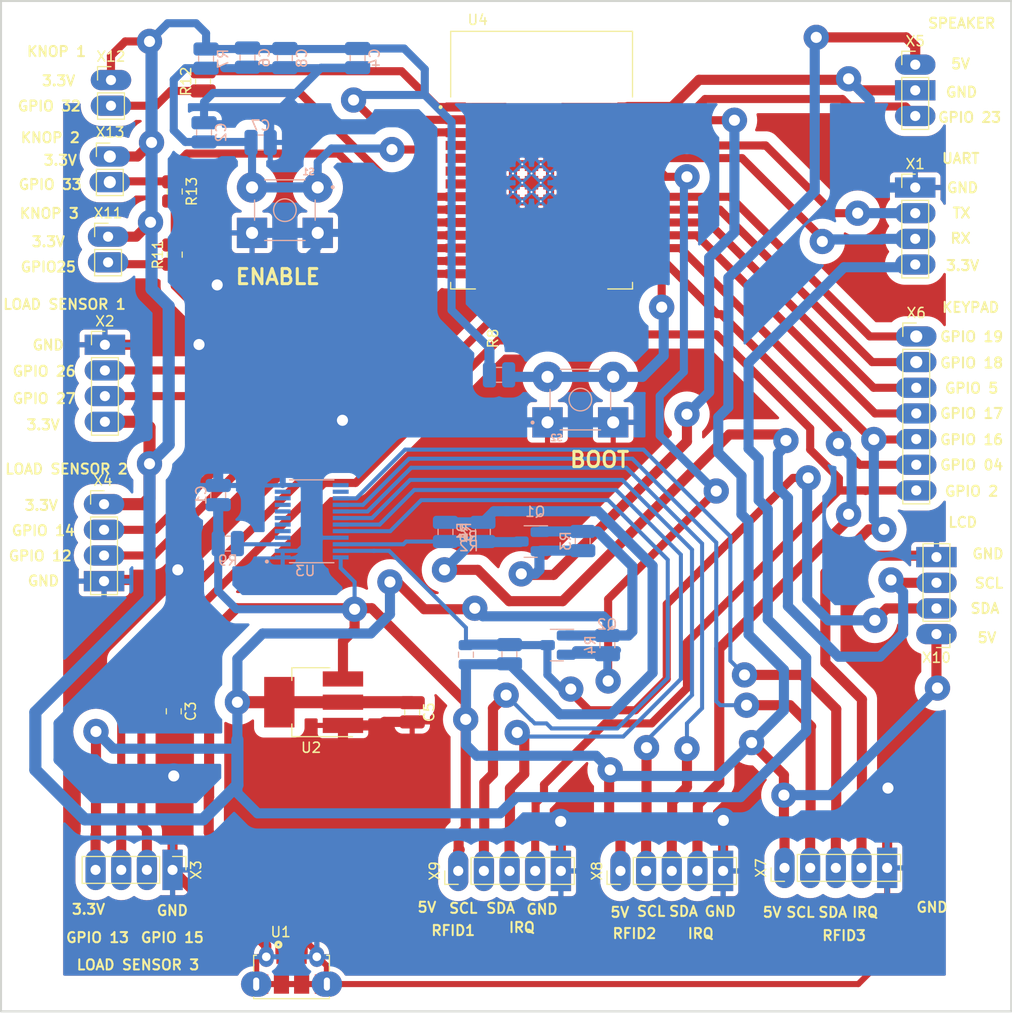
<source format=kicad_pcb>
(kicad_pcb (version 20211014) (generator pcbnew)
  (layers (0 "F.Cu" signal) (31 "B.Cu" signal) (34 "B.Paste" user) (35 "F.Paste" user) (36 "B.SilkS" user "B.Silkscreen") (37 "F.SilkS" user "F.Silkscreen") (38 "B.Mask" user) (39 "F.Mask" user) (44 "Edge.Cuts" user))
  (net 0 "")
  (net 1 "GND")
  (net 2 "3.3V")
  (net 3 "Net-(C2-Pad1)")
  (net 4 "5V")
  (net 5 "SCL_ESP")
  (net 6 "SCL_Mux")
  (net 7 "SDA_ESP")
  (net 8 "SDA_mux")
  (net 9 "Net-(R8-Pad1)")
  (net 10 "GPIO27")
  (net 11 "GPIO26")
  (net 12 "GPIO25")
  (net 26 "SD5")
  (net 27 "SC5")
  (net 28 "SD6")
  (net 29 "SC6")
  (net 30 "SD7")
  (net 31 "SC7")
  (net 36 "GPIO32")
  (net 37 "GPIO33")
  (net 38 "GPIO14")
  (net 39 "GPIO12")
  (net 40 "GPIO13")
  (net 47 "GPIO15")
  (net 48 "GPIO2")
  (net 49 "GPIO4")
  (net 50 "GPIO 16")
  (net 51 "GPIO 17")
  (net 52 "GPIO 5")
  (net 53 "GPIO 18")
  (net 54 "GPIO 19")
  (net 56 "RX")
  (net 57 "TX")
  (net 58 "GPIO 23")
  (net 59 "Net-(R9-Pad2)")
  (footprint "Capacitor_SMD:C_0805_2012Metric" (layer "F.Cu") (at 135 47.5 90)
    (fp_text reference "R11")
    (fp_text value "10k")
  )
  (footprint "pins:PinHeader_1x05_P2.54mm_Vertical" (layer "F.Cu") (at 163.06 108.5 90)
    (fp_text reference "X9")
    (fp_text value "DG3XX-05-3.5")
  )
  (footprint "micro_usb_2:MOLEX_105017-1001" (layer "F.Cu") (at 146.56 119.7)
    (fp_text reference "U1")
    (fp_text value "micro")
  )
  (footprint "pins:PinHeader_1x04_P2.54mm_Vertical" (layer "F.Cu") (at 134.78 108.4 -90)
    (fp_text reference "X3")
    (fp_text value "DG3XX-04-3.5")
  )
  (footprint "Capacitor_SMD:C_0805_2012Metric" (layer "F.Cu") (at 137.8 30.35 90)
    (fp_text reference "R12")
    (fp_text value "10k")
  )
  (footprint "pins:PinHeader_1x02_P2.54mm_Vertical" (layer "F.Cu") (at 128.57 37.79)
    (fp_text reference "X13")
    (fp_text value "DG3XX-02-3.5")
  )
  (footprint "pins:PinHeader_1x05_P2.54mm_Vertical" (layer "F.Cu") (at 179.12 108.5 90)
    (fp_text reference "X8")
    (fp_text value "DG3XX-05-3.5")
  )
  (footprint "pins:PinHeader_1x07_P2.54mm_Vertical" (layer "F.Cu") (at 208.4 55.6)
    (fp_text reference "X6")
    (fp_text value "DG3XX-07-3.5")
  )
  (footprint "pins:PinHeader_1x02_P2.54mm_Vertical" (layer "F.Cu") (at 128.685 30.225)
    (fp_text reference "X12")
    (fp_text value "DG3XX-02-3.5")
  )
  (footprint "Package_TO_SOT_SMD:SOT-223-3_TabPin2" (layer "F.Cu") (at 148.5 91.8 180)
    (fp_text reference "U2")
    (fp_text value "AMS1117-3.3")
  )
  (footprint "pins:PinHeader_1x04_P2.54mm_Vertical" (layer "F.Cu") (at 128 72.2)
    (fp_text reference "X4")
    (fp_text value "DG3XX-04-3.5")
  )
  (footprint "pins:PinHeader_1x05_P2.54mm_Vertical" (layer "F.Cu") (at 195.36 108.2 90)
    (fp_text reference "X7")
    (fp_text value "DG3XX-05-3.5")
  )
  (footprint "pins:PinHeader_1x04_P2.54mm_Vertical" (layer "F.Cu") (at 128.085 56.425)
    (fp_text reference "X2")
    (fp_text value "DG3XX-04-3.5")
  )
  (footprint "Capacitor_SMD:C_0805_2012Metric" (layer "F.Cu") (at 135 41.25 -90)
    (fp_text reference "R13")
    (fp_text value "10k")
  )
  (footprint "pins:PinHeader_1x03_P2.54mm_Vertical" (layer "F.Cu") (at 208.3 28.7)
    (fp_text reference "X5")
    (fp_text value "DG3XX-03-3.5")
  )
  (footprint "Nieuwe map (2):MODULE_ESP32-WROOM-32" (layer "F.Cu") (at 171.3125 38.15)
    (fp_text reference "U4")
    (fp_text value "esp_wroom_32")
  )
  (footprint "Capacitor_SMD:C_0805_2012Metric" (layer "F.Cu") (at 158.5 92.8 -90)
    (fp_text reference "C5")
    (fp_text value "10u")
  )
  (footprint "pins:PinHeader_1x02_P2.54mm_Vertical" (layer "F.Cu") (at 128.4 45.725)
    (fp_text reference "X11")
    (fp_text value "DG3XX-02-3.5")
  )
  (footprint "pins:PinHeader_1x04_P2.54mm_Vertical" (layer "F.Cu") (at 208.3 40.86)
    (fp_text reference "X1")
    (fp_text value "DG3XX-04-3.5")
  )
  (footprint "pins:PinHeader_1x04_P2.54mm_Vertical" (layer "F.Cu") (at 210.4 85.06 180)
    (fp_text reference "X10")
    (fp_text value "DG3XX-04-3.5")
  )
  (footprint "Capacitor_SMD:C_0805_2012Metric" (layer "F.Cu") (at 134.9 92.7 -90)
    (fp_text reference "C3")
    (fp_text value "10u")
  )
  (footprint "Capacitor_SMD:C_0805_2012Metric" (layer "B.Cu") (at 145.9 28.05 90)
    (fp_text reference "C8")
    (fp_text value "10u")
  )
  (footprint "Capacitor_SMD:C_0805_2012Metric" (layer "B.Cu") (at 140.25 76.1)
    (fp_text reference "R9")
    (fp_text value "10k")
  )
  (footprint "TCA:SOP65P640X120-24N" (layer "B.Cu") (at 148.555 73.895)
    (fp_text reference "U3")
    (fp_text value "TCA9548A_I2C_Multiplexer")
  )
  (footprint "Capacitor_SMD:C_0805_2012Metric" (layer "B.Cu") (at 175.38125 75.85 -90)
    (fp_text reference "R3")
    (fp_text value "10k")
  )
  (footprint "Capacitor_SMD:C_0805_2012Metric" (layer "B.Cu") (at 138.1 28.1 90)
    (fp_text reference "R7")
    (fp_text value "10k")
  )
  (footprint "Package_TO_SOT_SMD:SOT-23" (layer "B.Cu") (at 170.23125 75.9 180)
    (fp_text reference "Q1")
    (fp_text value "BSS138")
  )
  (footprint "Capacitor_SMD:C_0805_2012Metric" (layer "B.Cu") (at 139.3 71.3 -90)
    (fp_text reference "C1")
    (fp_text value "10u")
  )
  (footprint "knop:TE_1-1825910-4" (layer "B.Cu") (at 175.15 61.85)
    (fp_text reference "S2")
    (fp_text value "DTE6")
  )
  (footprint "Capacitor_SMD:C_0805_2012Metric" (layer "B.Cu") (at 142.2 28 90)
    (fp_text reference "C6")
    (fp_text value "0.1u")
  )
  (footprint "Capacitor_SMD:C_0805_2012Metric" (layer "B.Cu") (at 168.125 87.05 -90)
    (fp_text reference "R2")
    (fp_text value "10k")
  )
  (footprint "Capacitor_SMD:C_0805_2012Metric" (layer "B.Cu") (at 177.825 86.15 -90)
    (fp_text reference "R4")
    (fp_text value "10k")
  )
  (footprint "Capacitor_SMD:C_0805_2012Metric" (layer "B.Cu") (at 143.5 36.4 180)
    (fp_text reference "C7")
    (fp_text value "0.1u")
  )
  (footprint "Capacitor_SMD:C_0805_2012Metric" (layer "B.Cu") (at 161.8 74.95 90)
    (fp_text reference "R1")
    (fp_text value "10k")
  )
  (footprint "Capacitor_SMD:C_0805_2012Metric" (layer "B.Cu") (at 137.9 35.4 90)
    (fp_text reference "C2")
    (fp_text value "1u")
  )
  (footprint "Capacitor_SMD:C_0805_2012Metric" (layer "B.Cu") (at 167.1 59.4 180)
    (fp_text reference "R8")
    (fp_text value "10k")
  )
  (footprint "Capacitor_SMD:C_0805_2012Metric" (layer "B.Cu") (at 165.5 74.95 -90)
    (fp_text reference "R5")
    (fp_text value "10k")
  )
  (footprint "Capacitor_SMD:C_0805_2012Metric" (layer "B.Cu") (at 163.825 87.1 90)
    (fp_text reference "R6")
    (fp_text value "10k")
  )
  (footprint "Package_TO_SOT_SMD:SOT-23" (layer "B.Cu") (at 172.825 86.15 180)
    (fp_text reference "Q2")
    (fp_text value "BSS138")
  )
  (footprint "knop:TE_1-1825910-4" (layer "B.Cu") (at 145.9 43.1 180)
    (fp_text reference "S1")
    (fp_text value "DTE6")
  )
  (footprint "Capacitor_SMD:C_0805_2012Metric" (layer "B.Cu") (at 153.1 28.05 90)
    (fp_text reference "C4")
    (fp_text value "22u")
  )
  (gr_rect (start 117.8 22.4) (end 217.8 122.4) (layer "Edge.Cuts") (width 0.2) (fill none))
  (gr_text "GPIO 26" (at 122.07 59.05) (layer "F.SilkS") (effects (font (size 1 1) (thickness 0.2))))
  (gr_text "GPIO 17" (at 213.885 63.225) (layer "F.SilkS") (effects (font (size 1 1) (thickness 0.2))))
  (gr_text "RFID3" (at 201.26 114.9) (layer "F.SilkS") (effects (font (size 1 1) (thickness 0.2))))
  (gr_text "GND" (at 189 112.5) (layer "F.SilkS") (effects (font (size 1 1) (thickness 0.2))))
  (gr_text "SPEAKER" (at 212.9 24.6) (layer "F.SilkS") (effects (font (size 1 1) (thickness 0.2))))
  (gr_text "SDA" (at 215.2 82.52) (layer "F.SilkS") (effects (font (size 1 1) (thickness 0.2))))
  (gr_text "SCL" (at 182.16 112.5) (layer "F.SilkS") (effects (font (size 1 1) (thickness 0.2))))
  (gr_text "UART" (at 212.8 37.985) (layer "F.SilkS") (effects (font (size 1 1) (thickness 0.2))))
  (gr_text "GPIO25\n" (at 122.485 48.725) (layer "F.SilkS") (effects (font (size 1 1) (thickness 0.2))))
  (gr_text "GND" (at 212.985 40.885) (layer "F.SilkS") (effects (font (size 1 1) (thickness 0.2))))
  (gr_text "GND" (at 122 79.8) (layer "F.SilkS") (effects (font (size 1 1) (thickness 0.2))))
  (gr_text "GND" (at 134.765 112.425) (layer "F.SilkS") (effects (font (size 1 1) (thickness 0.2))))
  (gr_text "SCL" (at 215.6 80.02) (layer "F.SilkS") (effects (font (size 1 1) (thickness 0.2))))
  (gr_text "TX" (at 212.885 43.385) (layer "F.SilkS") (effects (font (size 1 1) (thickness 0.2))))
  (gr_text "SDA" (at 200.135 112.6) (layer "F.SilkS") (effects (font (size 1 1) (thickness 0.2))))
  (gr_text "GPIO 5" (at 213.885 60.725) (layer "F.SilkS") (effects (font (size 1 1) (thickness 0.2))))
  (gr_text "IRQ" (at 169.36 114.1) (layer "F.SilkS") (effects (font (size 1 1) (thickness 0.2))))
  (gr_text "GPIO 04" (at 213.885 68.325) (layer "F.SilkS") (effects (font (size 1 1) (thickness 0.2))))
  (gr_text "GPIO 15" (at 134.76 115.1) (layer "F.SilkS") (effects (font (size 1 1) (thickness 0.2))))
  (gr_text "GND" (at 215.5 77.12) (layer "F.SilkS") (effects (font (size 1 1) (thickness 0.2))))
  (gr_text "5V" (at 212.785 28.625) (layer "F.SilkS") (effects (font (size 1 1) (thickness 0.2))))
  (gr_text "KNOP 1" (at 123.3 27.4) (layer "F.SilkS") (effects (font (size 1 1) (thickness 0.2))))
  (gr_text "3.3V" (at 122.485 46.225) (layer "F.SilkS") (effects (font (size 1 1) (thickness 0.2))))
  (gr_text "LOAD SENSOR 2" (at 124.285 68.725) (layer "F.SilkS") (effects (font (size 1 1) (thickness 0.2))))
  (gr_text "KEYPAD" (at 213.785 52.725) (layer "F.SilkS") (effects (font (size 1 1) (thickness 0.2))))
  (gr_text "LOAD SENSOR 3" (at 131.36 117.8) (layer "F.SilkS") (effects (font (size 1 1) (thickness 0.2))))
  (gr_text "RX" (at 212.785 45.885) (layer "F.SilkS") (effects (font (size 1 1) (thickness 0.2))))
  (gr_text "3.3V" (at 212.985 48.585) (layer "F.SilkS") (effects (font (size 1 1) (thickness 0.2))))
  (gr_text "GPIO 13" (at 127.36 115.1) (layer "F.SilkS") (effects (font (size 1 1) (thickness 0.2))))
  (gr_text "5V" (at 194.135 112.6) (layer "F.SilkS") (effects (font (size 1 1) (thickness 0.2))))
  (gr_text "KNOP 3" (at 122.585 43.425) (layer "F.SilkS") (effects (font (size 1 1) (thickness 0.2))))
  (gr_text "KNOP 2" (at 122.685 35.925) (layer "F.SilkS") (effects (font (size 1 1) (thickness 0.2))))
  (gr_text "GPIO 14" (at 121.985 74.825) (layer "F.SilkS") (effects (font (size 1 1) (thickness 0.2))))
  (gr_text "GPIO 16" (at 213.885 65.825) (layer "F.SilkS") (effects (font (size 1 1) (thickness 0.2))))
  (gr_text "5V" (at 159.96 112.1) (layer "F.SilkS") (effects (font (size 1 1) (thickness 0.2))))
  (gr_text "ENABLE" (at 145.2 49.7) (layer "F.SilkS") (effects (font (size 1.5 1.5) (thickness 0.3))))
  (gr_text "BOOT" (at 177.05 67.8) (layer "F.SilkS") (effects (font (size 1.5 1.5) (thickness 0.3))))
  (gr_text "IRQ" (at 203.335 112.6) (layer "F.SilkS") (effects (font (size 1 1) (thickness 0.2))))
  (gr_text "3.3V" (at 121.785 72.325) (layer "F.SilkS") (effects (font (size 1 1) (thickness 0.2))))
  (gr_text "5V" (at 179.06 112.6) (layer "F.SilkS") (effects (font (size 1 1) (thickness 0.2))))
  (gr_text "RFID2" (at 180.5 114.7) (layer "F.SilkS") (effects (font (size 1 1) (thickness 0.2))))
  (gr_text "SDA" (at 185.36 112.5) (layer "F.SilkS") (effects (font (size 1 1) (thickness 0.2))))
  (gr_text "GND" (at 212.885 31.425) (layer "F.SilkS") (effects (font (size 1 1) (thickness 0.2))))
  (gr_text "GPIO 27" (at 122.07 61.75) (layer "F.SilkS") (effects (font (size 1 1) (thickness 0.2))))
  (gr_text "GPIO 18" (at 213.885 58.225) (layer "F.SilkS") (effects (font (size 1 1) (thickness 0.2))))
  (gr_text "3.3V" (at 123.67 38.165) (layer "F.SilkS") (effects (font (size 1 1) (thickness 0.2))))
  (gr_text "GPIO 32" (at 122.585 32.8) (layer "F.SilkS") (effects (font (size 1 1) (thickness 0.2))))
  (gr_text "LCD" (at 213 74) (layer "F.SilkS") (effects (font (size 1 1) (thickness 0.2))))
  (gr_text "GPIO 23" (at 213.685 33.925) (layer "F.SilkS") (effects (font (size 1 1) (thickness 0.2))))
  (gr_text "GND" (at 171.36 112.3) (layer "F.SilkS") (effects (font (size 1 1) (thickness 0.2))))
  (gr_text "GPIO 12" (at 121.685 77.325) (layer "F.SilkS") (effects (font (size 1 1) (thickness 0.2))))
  (gr_text "LOAD SENSOR 1" (at 124.085 52.425) (layer "F.SilkS") (effects (font (size 1 1) (thickness 0.2))))
  (gr_text "GPIO 19" (at 213.885 55.625) (layer "F.SilkS") (effects (font (size 1 1) (thickness 0.2))))
  (gr_text "RFID1" (at 162.56 114.4) (layer "F.SilkS") (effects (font (size 1 1) (thickness 0.2))))
  (gr_text "5V" (at 215.4 85.42) (layer "F.SilkS") (effects (font (size 1 1) (thickness 0.2))))
  (gr_text "SCL" (at 196.935 112.6) (layer "F.SilkS") (effects (font (size 1 1) (thickness 0.2))))
  (gr_text "GND" (at 122.47 56.45) (layer "F.SilkS") (effects (font (size 1 1) (thickness 0.2))))
  (gr_text "GPIO 2" (at 213.885 70.925) (layer "F.SilkS") (effects (font (size 1 1) (thickness 0.2))))
  (gr_text "SCL" (at 163.56 112.2) (layer "F.SilkS") (effects (font (size 1 1) (thickness 0.2))))
  (gr_text "GND" (at 209.96 112.1) (layer "F.SilkS") (effects (font (size 1 1) (thickness 0.2))))
  (gr_text "GPIO 33" (at 122.67 40.565) (layer "F.SilkS") (effects (font (size 1 1) (thickness 0.2))))
  (gr_text "IRQ" (at 187.06 114.7) (layer "F.SilkS") (effects (font (size 1 1) (thickness 0.2))))
  (gr_text "3.3V" (at 126.46 112.3) (layer "F.SilkS") (effects (font (size 1 1) (thickness 0.2))))
  (gr_text "SDA" (at 167.26 112.2) (layer "F.SilkS") (effects (font (size 1 1) (thickness 0.2))))
  (gr_text "3.3V" (at 121.97 64.35) (layer "F.SilkS") (effects (font (size 1 1) (thickness 0.2))))
  (gr_text "3.3V" (at 123.5 30.3) (layer "F.SilkS") (effects (font (size 1 1) (thickness 0.2))))
  (segment (start 168.4775 44.2225) (end 165.5975 47.1025) (width 0.8) (layer "F.Cu") (net 1))
  (segment (start 144.06 117) (end 143.36 117) (width 0.6) (layer "F.Cu") (net 1))
  (segment (start 135.275 56.425) (end 128.085 56.425) (width 1) (layer "F.Cu") (net 1))
  (segment (start 137.85 29.35) (end 157.45 29.35) (width 0.8) (layer "F.Cu") (net 1))
  (segment (start 134.82 104.9) (end 134.78 104.94) (width 1) (layer "F.Cu") (net 1))
  (segment (start 149.16 117) (end 150.06 117.9) (width 0.6) (layer "F.Cu") (net 1))
  (segment (start 205.56 90.86) (end 205.56 104.7) (width 1) (layer "F.Cu") (net 1))
  (segment (start 168.4775 33.6775) (end 168.4775 38.555) (width 0.8) (layer "F.Cu") (net 1))
  (segment (start 173.22 103.62) (end 173.22 108.5) (width 1) (layer "F.Cu") (net 1))
  (segment (start 150.06 119.7) (end 150.36 119.4) (width 0.6) (layer "F.Cu") (net 1))
  (segment (start 201.6 30.2) (end 186.9 30.2) (width 1) (layer "F.Cu") (net 1))
  (segment (start 201.5 86.8) (end 205.56 90.86) (width 1) (layer "F.Cu") (net 1))
  (segment (start 170.3125 40.39) (end 172.1475 40.39) (width 0.8) (layer "F.Cu") (net 1))
  (segment (start 147.56 119.7) (end 145.56 119.7) (width 0.6) (layer "F.Cu") (net 1))
  (segment (start 170.3125 38.555) (end 172.1475 38.555) (width 0.8) (layer "F.Cu") (net 1))
  (segment (start 134.82 93.73) (end 134.82 104.9) (width 1) (layer "F.Cu") (net 1))
  (segment (start 167.69 32.89) (end 168.4775 33.6775) (width 0.8) (layer "F.Cu") (net 1))
  (segment (start 134.78 108.4) (end 139.38 113) (width 1) (layer "F.Cu") (net 1))
  (segment (start 128.12 79.7) (end 128 79.82) (width 1) (layer "F.Cu") (net 1))
  (segment (start 168.4775 40.39) (end 168.4775 38.555) (width 0.8) (layer "F.Cu") (net 1))
  (segment (start 149.06 117) (end 149.16 117) (width 0.6) (layer "F.Cu") (net 1))
  (segment (start 147.86 116.625) (end 147.86 115.348) (width 0.6) (layer "F.Cu") (net 1))
  (segment (start 137.9 42.5) (end 138.8 43.4) (width 0.8) (layer "F.Cu") (net 1))
  (segment (start 201.7 30.1) (end 202.84 31.24) (width 1) (layer "F.Cu") (net 1))
  (segment (start 204.3 77.3) (end 201.5 80.1) (width 1) (layer "F.Cu") (net 1))
  (segment (start 165.5975 47.1025) (end 165.5975 50.4) (width 0.8) (layer "F.Cu") (net 1))
  (segment (start 168.4775 42.225) (end 168.4775 44.2225) (width 0.8) (layer "F.Cu") (net 1))
  (segment (start 157.45 29.35) (end 160.99 32.89) (width 0.8) (layer "F.Cu") (net 1))
  (segment (start 145.56 119.7) (end 143.06 119.7) (width 0.6) (layer "F.Cu") (net 1))
  (segment (start 210.9 77.3) (end 204.3 77.3) (width 1) (layer "F.Cu") (net 1))
  (segment (start 149.06 116.548) (end 149.06 117) (width 0.6) (layer "F.Cu") (net 1))
  (segment (start 150.06 119.7) (end 202.66 119.7) (width 0.6) (layer "F.Cu") (net 1))
  (segment (start 139.2 48.2) (end 139.2 43.8) (width 0.8) (layer "F.Cu") (net 1))
  (segment (start 135 42.2) (end 137.6 42.2) (width 0.8) (layer "F.Cu") (net 1))
  (segment (start 147.86 115.348) (end 147.86 114.7) (width 0.6) (layer "F.Cu") (net 1))
  (segment (start 154 63.9) (end 151.6 63.9) (width 0.8) (layer "F.Cu") (net 1))
  (segment (start 155.75 93.75) (end 155.4 94.1) (width 1) (layer "F.Cu") (net 1))
  (segment (start 135.275 56.425) (end 137.375 56.425) (width 1) (layer "F.Cu") (net 1))
  (segment (start 141.16 113) (end 144.06 115.9) (width 1) (layer "F.Cu") (net 1))
  (segment (start 205.56 104.7) (end 205.52 104.74) (width 1) (layer "F.Cu") (net 1))
  (segment (start 139.2 50.5) (end 139.2 48.2) (width 0.8) (layer "F.Cu") (net 1))
  (segment (start 165.5975 50.4) (end 165.5975 52.3025) (width 0.8) (layer "F.Cu") (net 1))
  (segment (start 147.86 114.7) (end 147.96 114.7) (width 0.254) (layer "F.Cu") (net 1))
  (segment (start 137.8 29.4) (end 137.85 29.35) (width 0.254) (layer "F.Cu") (net 1))
  (segment (start 168.4775 42.225) (end 168.4775 40.39) (width 0.8) (layer "F.Cu") (net 1))
  (segment (start 173.2 103.6) (end 173.22 103.62) (width 0.254) (layer "F.Cu") (net 1))
  (segment (start 189.28 103.52) (end 189.28 108.5) (width 1) (layer "F.Cu") (net 1))
  (segment (start 135 42.2) (end 135 46.55) (width 0.8) (layer "F.Cu") (net 1))
  (segment (start 147.86 109.84) (end 151.65 106.05) (width 0.6) (layer "F.Cu") (net 1))
  (segment (start 139.2 43.8) (end 137.9 42.5) (width 0.8) (layer "F.Cu") (net 1))
  (segment (start 205.56 116.8) (end 205.52 116.76) (width 0.6) (layer "F.Cu") (net 1))
  (segment (start 160.99 32.89) (end 162.8125 32.89) (width 0.8) (layer "F.Cu") (net 1))
  (segment (start 150.06 117.9) (end 150.06 119.7) (width 0.6) (layer "F.Cu") (net 1))
  (segment (start 172.1475 38.555) (end 172.1475 34.1525) (width 0.8) (layer "F.Cu") (net 1))
  (segment (start 202.84 31.24) (end 208.3 31.24) (width 1) (layer "F.Cu") (net 1))
  (segment (start 147.86 113.2) (end 147.86 109.84) (width 0.6) (layer "F.Cu") (net 1))
  (segment (start 133.284412 79.7) (end 128.12 79.7) (width 1) (layer "F.Cu") (net 1))
  (segment (start 137.6 42.2) (end 137.9 42.5) (width 0.8) (layer "F.Cu") (net 1))
  (segment (start 134.78 104.94) (end 134.78 108.4) (width 1) (layer "F.Cu") (net 1))
  (segment (start 165.5975 52.3025) (end 154 63.9) (width 0.8) (layer "F.Cu") (net 1))
  (segment (start 170.3125 42.225) (end 168.4775 42.225) (width 0.8) (layer "F.Cu") (net 1))
  (segment (start 162.8125 32.89) (end 167.69 32.89) (width 0.8) (layer "F.Cu") (net 1))
  (segment (start 135.1 42.1) (end 135 42.2) (width 0.254) (layer "F.Cu") (net 1))
  (segment (start 170.3125 40.39) (end 170.3125 42.225) (width 0.8) (layer "F.Cu") (net 1))
  (segment (start 151.65 103.45) (end 151.65 94.1) (width 1) (layer "F.Cu") (net 1))
  (segment (start 134.284412 78.7) (end 133.284412 79.7) (width 1) (layer "F.Cu") (net 1))
  (segment (start 172.1475 34.1525) (end 173.41 32.89) (width 0.8) (layer "F.Cu") (net 1))
  (segment (start 135.3 78.7) (end 134.284412 78.7) (width 1) (layer "F.Cu") (net 1))
  (segment (start 205.52 104.74) (end 205.52 108.2) (width 1) (layer "F.Cu") (net 1))
  (segment (start 147.86 115.348) (end 149.06 116.548) (width 0.6) (layer "F.Cu") (net 1))
  (segment (start 184.21 32.89) (end 179.8125 32.89) (width 1) (layer "F.Cu") (net 1))
  (segment (start 201.5 80.1) (end 201.5 86.8) (width 1) (layer "F.Cu") (net 1))
  (segment (start 144.06 115.9) (end 144.06 117) (width 1) (layer "F.Cu") (net 1))
  (segment (start 202.66 119.7) (end 205.56 116.8) (width 0.6) (layer "F.Cu") (net 1))
  (segment (start 139.2 48.2) (end 137.55 46.55) (width 0.8) (layer "F.Cu") (net 1))
  (segment (start 137.375 56.425) (end 137.4 56.4) (width 0.254) (layer "F.Cu") (net 1))
  (segment (start 186.9 30.2) (end 184.21 32.89) (width 1) (layer "F.Cu") (net 1))
  (segment (start 168.4775 38.555) (end 170.3125 38.555) (width 0.8) (layer "F.Cu") (net 1))
  (segment (start 201.7 30.1) (end 201.6 30.2) (width 1) (layer "F.Cu") (net 1))
  (segment (start 135.3 56.4) (end 135.275 56.425) (width 0.254) (layer "F.Cu") (net 1))
  (segment (start 168.4775 40.39) (end 170.3125 40.39) (width 0.8) (layer "F.Cu") (net 1))
  (segment (start 189.3 103.5) (end 189.28 103.52) (width 0.254) (layer "F.Cu") (net 1))
  (segment (start 134.9 93.65) (end 134.82 93.73) (width 0.254) (layer "F.Cu") (net 1))
  (segment (start 140 49.7) (end 139.2 50.5) (width 0.254) (layer "F.Cu") (net 1))
  (segment (start 172.1475 38.555) (end 172.1475 40.39) (width 0.8) (layer "F.Cu") (net 1))
  (segment (start 151.65 106.05) (end 151.65 103.45) (width 0.6) (layer "F.Cu") (net 1))
  (segment (start 155.4 94.1) (end 151.65 94.1) (width 1) (layer "F.Cu") (net 1))
  (segment (start 147.86 114.7) (end 147.86 113.2) (width 0.6) (layer "F.Cu") (net 1))
  (segment (start 147.56 119.7) (end 150.06 119.7) (width 0.6) (layer "F.Cu") (net 1))
  (segment (start 151.65 104.2) (end 151.65 103.45) (width 1) (layer "F.Cu") (net 1))
  (segment (start 158.5 93.75) (end 155.75 93.75) (width 1) (layer "F.Cu") (net 1))
  (segment (start 143.36 117) (end 143.06 117.3) (width 0.6) (layer "F.Cu") (net 1))
  (segment (start 139.38 113) (end 141.16 113) (width 1) (layer "F.Cu") (net 1))
  (segment (start 137.55 46.55) (end 135 46.55) (width 0.8) (layer "F.Cu") (net 1))
  (segment (start 143.06 117.3) (end 143.06 119.7) (width 0.6) (layer "F.Cu") (net 1))
  (segment (start 205.52 116.76) (end 205.52 108.2) (width 0.6) (layer "F.Cu") (net 1))
  (segment (start 170.3125 40.39) (end 170.3125 38.555) (width 0.8) (layer "F.Cu") (net 1))
  (segment (start 173.41 32.89) (end 179.8125 32.89) (width 0.8) (layer "F.Cu") (net 1))
  (segment (start 172.1475 42.225) (end 170.3125 42.225) (width 0.8) (layer "F.Cu") (net 1))
  (segment (start 172.1475 40.39) (end 172.1475 42.225) (width 0.8) (layer "F.Cu") (net 1))
  (via (at 205.6 100.3) (size 2.5) (drill 1.1) (layers "F.Cu" "B.Cu") (net 1))
  (via (at 151.6 63.9) (size 2.5) (drill 1.1) (layers "F.Cu" "B.Cu") (net 1))
  (via (at 201.7 30.1) (size 2.5) (drill 1.1) (layers "F.Cu" "B.Cu") (net 1))
  (via (at 134.9 99.1) (size 2.5) (drill 1.1) (layers "F.Cu" "B.Cu") (net 1))
  (via (at 139.2 50.5) (size 2.5) (drill 1.1) (layers "F.Cu" "B.Cu") (net 1))
  (via (at 137.4 56.4) (size 2.5) (drill 1.1) (layers "F.Cu" "B.Cu") (net 1))
  (via (at 189.3 103.5) (size 2.5) (drill 1.1) (layers "F.Cu" "B.Cu") (net 1))
  (via (at 173.2 103.6) (size 2.5) (drill 1.1) (layers "F.Cu" "B.Cu") (net 1))
  (via (at 135.3 78.7) (size 2.5) (drill 1.1) (layers "F.Cu" "B.Cu") (net 1))
  (segment (start 149.15 46.75) (end 145.4 50.5) (width 0.8) (layer "B.Cu") (net 1))
  (segment (start 147.6 63.9) (end 145.685 65.815) (width 0.6) (layer "B.Cu") (net 1))
  (segment (start 171.9 64.1) (end 154.3 64.1) (width 1) (layer "B.Cu") (net 1))
  (segment (start 160.5 39.9) (end 155.05 45.35) (width 0.8) (layer "B.Cu") (net 1))
  (segment (start 148.6 75) (end 148.6 75.4) (width 0.4) (layer "B.Cu") (net 1))
  (segment (start 148.6 34.5) (end 146.3 32.2) (width 0.8) (layer "B.Cu") (net 1))
  (segment (start 137.5 56.3) (end 137.4 56.4) (width 0.8) (layer "B.Cu") (net 1))
  (segment (start 147 31.5) (end 148 30.5) (width 0.8) (layer "B.Cu") (net 1))
  (segment (start 159.3 34.5) (end 148.6 34.5) (width 0.8) (layer "B.Cu") (net 1))
  (segment (start 202.3 103.6) (end 205.6 100.3) (width 1) (layer "B.Cu") (net 1))
  (segment (start 145.655 70.35) (end 145.685 70.32) (width 0.254) (layer "B.Cu") (net 1))
  (segment (start 148.6 70.9) (end 148.6 75) (width 0.4) (layer "B.Cu") (net 1))
  (segment (start 144.45 36.4) (end 144.45 34.05) (width 0.8) (layer "B.Cu") (net 1))
  (segment (start 146.3 32.2) (end 148 30.5) (width 0.8) (layer "B.Cu") (net 1))
  (segment (start 123.5 97.5) (end 125.1 99.1) (width 1) (layer "B.Cu") (net 1))
  (segment (start 145.5 56.3) (end 137.5 56.3) (width 0.8) (layer "B.Cu") (net 1))
  (segment (start 154 63.8) (end 151.7 63.8) (width 1) (layer "B.Cu") (net 1))
  (segment (start 142.65 45.35) (end 149.15 45.35) (width 1) (layer "B.Cu") (net 1))
  (segment (start 145 56.3) (end 145.5 56.3) (width 0.8) (layer "B.Cu") (net 1))
  (segment (start 144.06 117) (end 143.46 117) (width 0.254) (layer "B.Cu") (net 1))
  (segment (start 149.9 56.3) (end 145.5 56.3) (width 0.8) (layer "B.Cu") (net 1))
  (segment (start 204.96 40.86) (end 208.3 40.86) (width 1) (layer "B.Cu") (net 1))
  (segment (start 144.45 34.05) (end 146.3 32.2) (width 0.8) (layer "B.Cu") (net 1))
  (segment (start 155.05 45.35) (end 149.15 45.35) (width 0.8) (layer "B.Cu") (net 1))
  (segment (start 151.7 58.5) (end 151.9 58.3) (width 0.8) (layer "B.Cu") (net 1))
  (segment (start 159.3 34.5) (end 160.5 35.7) (width 0.8) (layer "B.Cu") (net 1))
  (segment (start 137.4 67.8) (end 137.4 66.3) (width 1) (layer "B.Cu") (net 1))
  (segment (start 148.6 75.4) (end 147.18 76.82) (width 0.4) (layer "B.Cu") (net 1))
  (segment (start 173.3 103.5) (end 189.3 103.5) (width 1) (layer "B.Cu") (net 1))
  (segment (start 139.3 70.35) (end 145.655 70.35) (width 0.4) (layer "B.Cu") (net 1))
  (segment (start 135.442206 81.957794) (end 123.5 93.9) (width 1) (layer "B.Cu") (net 1))
  (segment (start 137.9 34.45) (end 137.9 32.4) (width 0.8) (layer "B.Cu") (net 1))
  (segment (start 135.3 78.7) (end 135.442206 78.842206) (width 1) (layer "B.Cu") (net 1))
  (segment (start 145.685 76.82) (end 145.685 77.47) (width 0.4) (layer "B.Cu") (net 1))
  (segment (start 203.8 39.7) (end 204.96 40.86) (width 1) (layer "B.Cu") (net 1))
  (segment (start 147.18 76.82) (end 145.685 76.82) (width 0.4) (layer "B.Cu") (net 1))
  (segment (start 138.8 31.5) (end 147 31.5) (width 0.8) (layer "B.Cu") (net 1))
  (segment (start 135.3 69.9) (end 137.4 67.8) (width 1) (layer "B.Cu") (net 1))
  (segment (start 151.9 58.3) (end 149.9 56.3) (width 0.8) (layer "B.Cu") (net 1))
  (segment (start 189.4 103.6) (end 202.3 103.6) (width 1) (layer "B.Cu") (net 1))
  (segment (start 149.5 29) (end 153.1 29) (width 0.8) (layer "B.Cu") (net 1))
  (segment (start 149.06 117) (end 149.36 117) (width 0.254) (layer "B.Cu") (net 1))
  (segment (start 139.9 29.05) (end 153.05 29.05) (width 0.8) (layer "B.Cu") (net 1))
  (segment (start 151.7 63.8) (end 151.6 63.9) (width 1) (layer "B.Cu") (net 1))
  (segment (start 137.9 32.4) (end 138.8 31.5) (width 0.8) (layer "B.Cu") (net 1))
  (segment (start 125.1 99.1) (end 134.9 99.1) (width 1) (layer "B.Cu") (net 1))
  (segment (start 148 70.3) (end 148.6 70.9) (width 0.4) (layer "B.Cu") (net 1))
  (segment (start 148 30.5) (end 149.5 29) (width 0.8) (layer "B.Cu") (net 1))
  (segment (start 151.6 63.9) (end 147.6 63.9) (width 0.6) (layer "B.Cu") (net 1))
  (segment (start 145.705 70.3) (end 148 70.3) (width 0.4) (layer "B.Cu") (net 1))
  (segment (start 149.12 75.52) (end 151.425 75.52) (width 0.4) (layer "B.Cu") (net 1))
  (segment (start 145.685 70.32) (end 145.705 70.3) (width 0.254) (layer "B.Cu") (net 1))
  (segment (start 149.15 45.35) (end 149.15 46.75) (width 0.8) (layer "B.Cu") (net 1))
  (segment (start 189.3 103.5) (end 189.4 103.6) (width 1) (layer "B.Cu") (net 1))
  (segment (start 145.685 65.815) (end 145.685 70.32) (width 0.6) (layer "B.Cu") (net 1))
  (segment (start 203.8 32.2) (end 203.8 39.7) (width 1) (layer "B.Cu") (net 1))
  (segment (start 139.2 50.5) (end 145 56.3) (width 0.8) (layer "B.Cu") (net 1))
  (segment (start 145.4 50.5) (end 139.2 50.5) (width 0.8) (layer "B.Cu") (net 1))
  (segment (start 135.442206 78.842206) (end 135.442206 81.957794) (width 1) (layer "B.Cu") (net 1))
  (segment (start 137.4 66.3) (end 139.3 68.2) (width 1) (layer "B.Cu") (net 1))
  (segment (start 123.5 93.9) (end 123.5 97.5) (width 1) (layer "B.Cu") (net 1))
  (segment (start 139.3 68.2) (end 139.3 70.35) (width 1) (layer "B.Cu") (net 1))
  (segment (start 160.5 35.7) (end 160.5 39.9) (width 0.8) (layer "B.Cu") (net 1))
  (segment (start 203.8 32.2) (end 201.7 30.1) (width 1) (layer "B.Cu") (net 1))
  (segment (start 154.3 64.1) (end 154 63.8) (width 1) (layer "B.Cu") (net 1))
  (segment (start 173.2 103.6) (end 173.3 103.5) (width 0.254) (layer "B.Cu") (net 1))
  (segment (start 137.4 56.4) (end 137.4 66.3) (width 1) (layer "B.Cu") (net 1))
  (segment (start 153.05 29.05) (end 153.1 29) (width 0.8) (layer "B.Cu") (net 1))
  (segment (start 148.6 75) (end 149.12 75.52) (width 0.4) (layer "B.Cu") (net 1))
  (segment (start 135.3 78.7) (end 135.3 69.9) (width 1) (layer "B.Cu") (net 1))
  (segment (start 151.7 63.8) (end 151.7 58.5) (width 0.8) (layer "B.Cu") (net 1))
  (segment (start 171.9 64.1) (end 178.4 64.1) (width 1) (layer "B.Cu") (net 1))
  (segment (start 132.7 36.4) (end 131.31 37.79) (width 1) (layer "F.Cu") (net 2))
  (segment (start 131.31 37.79) (end 128.57 37.79) (width 1) (layer "F.Cu") (net 2))
  (segment (start 131.175 45.725) (end 132.6 44.3) (width 1) (layer "F.Cu") (net 2))
  (segment (start 131.945 64.045) (end 128.085 64.045) (width 1.2) (layer "F.Cu") (net 2))
  (segment (start 128.11 46.025) (end 128.085 46.05) (width 0.8) (layer "F.Cu") (net 2))
  (segment (start 141.2 91.8) (end 146.5 91.8) (width 1.2) (layer "F.Cu") (net 2))
  (segment (start 152.7 32.2) (end 154.66 34.16) (width 0.8) (layer "F.Cu") (net 2))
  (segment (start 128.645 37.865) (end 128.57 37.79) (width 0.8) (layer "F.Cu") (net 2))
  (segment (start 132.5 26.4) (end 130.1 26.4) (width 0.8) (layer "F.Cu") (net 2))
  (segment (start 127.16 104.94) (end 127.16 108.4) (width 1) (layer "F.Cu") (net 2))
  (segment (start 132.5 64.6) (end 131.945 64.045) (width 1.2) (layer "F.Cu") (net 2))
  (segment (start 127.2 104.9) (end 127.16 104.94) (width 1) (layer "F.Cu") (net 2))
  (segment (start 132.5 71.6) (end 131.9 72.2) (width 1.2) (layer "F.Cu") (net 2))
  (segment (start 131.9 72.2) (end 128 72.2) (width 1.2) (layer "F.Cu") (net 2))
  (segment (start 157 79.9) (end 156.3 79.9) (width 1) (layer "F.Cu") (net 2))
  (segment (start 127.2 94.7) (end 127.2 104.9) (width 1) (layer "F.Cu") (net 2))
  (segment (start 151.65 91.8) (end 158.45 91.8) (width 1.2) (layer "F.Cu") (net 2))
  (segment (start 130.1 26.4) (end 128.685 27.815) (width 0.8) (layer "F.Cu") (net 2))
  (segment (start 164.6 82.6) (end 159.7 82.6) (width 1) (layer "F.Cu") (net 2))
  (segment (start 164.7 82.5) (end 164.6 82.6) (width 1) (layer "F.Cu") (net 2))
  (segment (start 128.4 45.725) (end 131.175 45.725) (width 1) (layer "F.Cu") (net 2))
  (segment (start 132.5 68.2) (end 132.5 64.6) (width 1.2) (layer "F.Cu") (net 2))
  (segment (start 159.7 82.6) (end 157 79.9) (width 1) (layer "F.Cu") (net 2))
  (segment (start 128.105 64.025) (end 128.085 64.045) (width 0.8) (layer "F.Cu") (net 2))
  (segment (start 145.35 91.8) (end 151.65 91.8) (width 1.2) (layer "F.Cu") (net 2))
  (segment (start 132.5 68.2) (end 132.5 71.6) (width 1.2) (layer "F.Cu") (net 2))
  (segment (start 154.66 34.16) (end 162.8125 34.16) (width 0.8) (layer "F.Cu") (net 2))
  (segment (start 128.685 27.815) (end 128.685 30.225) (width 0.8) (layer "F.Cu") (net 2))
  (via (at 164.7 82.5) (size 2.5) (drill 1.1) (layers "F.Cu" "B.Cu") (net 2))
  (via (at 152.7 32.2) (size 2.5) (drill 1.1) (layers "F.Cu" "B.Cu") (net 2))
  (via (at 132.5 68.2) (size 2.5) (drill 1.1) (layers "F.Cu" "B.Cu") (net 2))
  (via (at 132.5 26.4) (size 2.5) (drill 1.1) (layers "F.Cu" "B.Cu") (net 2))
  (via (at 132.6 44.3) (size 2.5) (drill 1.1) (layers "F.Cu" "B.Cu") (net 2))
  (via (at 127.2 94.7) (size 2.5) (drill 1.1) (layers "F.Cu" "B.Cu") (net 2))
  (via (at 132.7 36.4) (size 2.5) (drill 1.1) (layers "F.Cu" "B.Cu") (net 2))
  (via (at 141.2 91.8) (size 2.5) (drill 1.1) (layers "F.Cu" "B.Cu") (net 2))
  (via (at 156.3 79.9) (size 2.5) (drill 1.1) (layers "F.Cu" "B.Cu") (net 2))
  (segment (start 153.2 31.7) (end 159.75 31.7) (width 0.8) (layer "B.Cu") (net 2))
  (segment (start 173.7625 85.2) (end 177.825 85.2) (width 1) (layer "B.Cu") (net 2))
  (segment (start 191.8 66.7) (end 191.8 58.2) (width 1) (layer "B.Cu") (net 2))
  (segment (start 192.8 71.8) (end 192.8 67.7) (width 1) (layer "B.Cu") (net 2))
  (segment (start 165.5 83.3) (end 177.4 83.3) (width 1) (layer "B.Cu") (net 2))
  (segment (start 141.2 91.8) (end 141.2 87.5) (width 1) (layer "B.Cu") (net 2))
  (segment (start 166.15 56.95) (end 166.15 59.4) (width 1) (layer "B.Cu") (net 2))
  (segment (start 159.75 31.7) (end 159.75 29.15) (width 0.8) (layer "B.Cu") (net 2))
  (segment (start 159.75 29.15) (end 157.7 27.1) (width 0.8) (layer "B.Cu") (net 2))
  (segment (start 171.21875 74.9) (end 171.16875 74.95) (width 0.254) (layer "B.Cu") (net 2))
  (segment (start 162.4 34.35) (end 162.4 53) (width 0.8) (layer "B.Cu") (net 2))
  (segment (start 157.7 27.1) (end 153.1 27.1) (width 0.8) (layer "B.Cu") (net 2))
  (segment (start 141.2 96.4) (end 141.2 100.8) (width 1) (layer "B.Cu") (net 2))
  (segment (start 127.2 94.7) (end 128.9 96.4) (width 1) (layer "B.Cu") (net 2))
  (segment (start 162.4 53) (end 166.1 56.7) (width 0.8) (layer "B.Cu") (net 2))
  (segment (start 164.7 82.5) (end 165.5 83.3) (width 1) (layer "B.Cu") (net 2))
  (segment (start 132.7 50.9) (end 132.7 26.6) (width 1.2) (layer "B.Cu") (net 2))
  (segment (start 141.2 100.8) (end 143.2 102.8) (width 1) (layer "B.Cu") (net 2))
  (segment (start 176.85 74.9) (end 180.3 78.35) (width 1) (layer "B.Cu") (net 2))
  (segment (start 121.2 92.8) (end 132.5 81.5) (width 1.2) (layer "B.Cu") (net 2))
  (segment (start 152.7 32.2) (end 153.2 31.7) (width 0.8) (layer "B.Cu") (net 2))
  (segment (start 179.9 85.2) (end 177.825 85.2) (width 1) (layer "B.Cu") (net 2))
  (segment (start 132.5 68.2) (end 134.4 66.3) (width 1.2) (layer "B.Cu") (net 2))
  (segment (start 126.1 103.4) (end 121.2 98.5) (width 1.2) (layer "B.Cu") (net 2))
  (segment (start 134.4 66.3) (end 134.4 52.6) (width 1.2) (layer "B.Cu") (net 2))
  (segment (start 121.2 98.5) (end 121.2 92.8) (width 1.2) (layer "B.Cu") (net 2))
  (segment (start 128.9 96.4) (end 141.2 96.4) (width 1) (layer "B.Cu") (net 2))
  (segment (start 137.8 103.4) (end 126.1 103.4) (width 1.2) (layer "B.Cu") (net 2))
  (segment (start 141.2 100) (end 137.8 103.4) (width 1.2) (layer "B.Cu") (net 2))
  (segment (start 138.1 27.15) (end 138.1 25.6) (width 0.8) (layer "B.Cu") (net 2))
  (segment (start 134.4 52.6) (end 132.7 50.9) (width 1.2) (layer "B.Cu") (net 2))
  (segment (start 180.3 84.8) (end 179.9 85.2) (width 1) (layer "B.Cu") (net 2))
  (segment (start 175.38125 74.9) (end 171.21875 74.9) (width 1) (layer "B.Cu") (net 2))
  (segment (start 193.7 83.6) (end 193.7 72.7) (width 1) (layer "B.Cu") (net 2))
  (segment (start 153.1 27.1) (end 153.05 27.15) (width 0.8) (layer "B.Cu") (net 2))
  (segment (start 137.1 24.6) (end 134.3 24.6) (width 0.8) (layer "B.Cu") (net 2))
  (segment (start 168.8 101.2) (end 191 101.2) (width 1) (layer "B.Cu") (net 2))
  (segment (start 177.825 83.725) (end 177.825 85.2) (width 1) (layer "B.Cu") (net 2))
  (segment (start 191.8 58.2) (end 201.250489 48.749511) (width 1) (layer "B.Cu") (net 2))
  (segment (start 180.3 78.35) (end 180.3 84.8) (width 1) (layer "B.Cu") (net 2))
  (segment (start 193.7 72.7) (end 192.8 71.8) (width 1) (layer "B.Cu") (net 2))
  (segment (start 141.2 95.5) (end 141.2 100) (width 1.2) (layer "B.Cu") (net 2))
  (segment (start 132.5 81.5) (end 132.5 68.2) (width 1.2) (layer "B.Cu") (net 2))
  (segment (start 141.2 96.4) (end 141.2 91.8) (width 1) (layer "B.Cu") (net 2))
  (segment (start 197.5 87.4) (end 193.7 83.6) (width 1) (layer "B.Cu") (net 2))
  (segment (start 177.4 83.3) (end 177.825 83.725) (width 1) (layer "B.Cu") (net 2))
  (segment (start 201.250489 48.749511) (end 208.030489 48.749511) (width 1) (layer "B.Cu") (net 2))
  (segment (start 134.3 24.6) (end 132.5 26.4) (width 0.8) (layer "B.Cu") (net 2))
  (segment (start 191 101.2) (end 197.5 94.7) (width 1) (layer "B.Cu") (net 2))
  (segment (start 141.2 95.5) (end 141.2 96.4) (width 1) (layer "B.Cu") (net 2))
  (segment (start 154.4 85) (end 156.3 83.1) (width 1) (layer "B.Cu") (net 2))
  (segment (start 175.38125 74.9) (end 176.85 74.9) (width 1) (layer "B.Cu") (net 2))
  (segment (start 197.5 94.7) (end 197.5 87.4) (width 1) (layer "B.Cu") (net 2))
  (segment (start 153.05 27.15) (end 138.1 27.15) (width 0.8) (layer "B.Cu") (net 2))
  (segment (start 143.2 102.8) (end 167.2 102.8) (width 1) (layer "B.Cu") (net 2))
  (segment (start 156.3 83.1) (end 156.3 79.9) (width 1) (layer "B.Cu") (net 2))
  (segment (start 132.7 26.6) (end 132.5 26.4) (width 1.2) (layer "B.Cu") (net 2))
  (segment (start 141.2 87.5) (end 143.7 85) (width 1) (layer "B.Cu") (net 2))
  (segment (start 167.2 102.8) (end 168.8 101.2) (width 1) (layer "B.Cu") (net 2))
  (segment (start 138.1 25.6) (end 137.1 24.6) (width 0.8) (layer "B.Cu") (net 2))
  (segment (start 143.7 85) (end 154.4 85) (width 1) (layer "B.Cu") (net 2))
  (segment (start 192.8 67.7) (end 191.8 66.7) (width 1) (layer "B.Cu") (net 2))
  (segment (start 159.75 31.7) (end 162.4 34.35) (width 0.8) (layer "B.Cu") (net 2))
  (segment (start 208.030489 48.749511) (end 208.3 48.48) (width 1) (layer "B.Cu") (net 2))
  (segment (start 156.5 37.1) (end 159.2 37.1) (width 0.8) (layer "F.Cu") (net 3))
  (segment (start 160.9 35.4) (end 162.7825 35.4) (width 0.8) (layer "F.Cu") (net 3))
  (segment (start 159.2 37.1) (end 160.9 35.4) (width 0.8) (layer "F.Cu") (net 3))
  (via (at 156.5 37.1) (size 2.5) (drill 1.1) (layers "F.Cu" "B.Cu") (net 3))
  (segment (start 149.15 40.85) (end 142.65 40.85) (width 1) (layer "B.Cu") (net 3))
  (segment (start 156.4 37) (end 150.5 37) (width 0.8) (layer "B.Cu") (net 3))
  (segment (start 142.55 36.4) (end 142.65 36.5) (width 0.254) (layer "B.Cu") (net 3))
  (segment (start 137.9 36.35) (end 136.05 36.35) (width 0.8) (layer "B.Cu") (net 3))
  (segment (start 149.15 38.35) (end 149.15 40.85) (width 0.8) (layer "B.Cu") (net 3))
  (segment (start 136.05 29.05) (end 138.1 29.05) (width 0.8) (layer "B.Cu") (net 3))
  (segment (start 134.9 35.2) (end 134.9 30.2) (width 0.8) (layer "B.Cu") (net 3))
  (segment (start 134.9 30.2) (end 136.05 29.05) (width 0.8) (layer "B.Cu") (net 3))
  (segment (start 136.05 36.35) (end 134.9 35.2) (width 0.8) (layer "B.Cu") (net 3))
  (segment (start 142.65 36.5) (end 142.65 40.85) (width 0.8) (layer "B.Cu") (net 3))
  (segment (start 138.6 28.95) (end 138.55 29) (width 0.254) (layer "B.Cu") (net 3))
  (segment (start 142.5 36.35) (end 137.9 36.35) (width 0.8) (layer "B.Cu") (net 3))
  (segment (start 150.5 37) (end 149.15 38.35) (width 0.8) (layer "B.Cu") (net 3))
  (segment (start 142.65 36.5) (end 142.5 36.35) (width 0.254) (layer "B.Cu") (net 3))
  (segment (start 156.5 37.1) (end 156.4 37) (width 0.8) (layer "B.Cu") (net 3))
  (segment (start 208.3 26.9) (end 208.3 28.7) (width 1) (layer "F.Cu") (net 4))
  (segment (start 195.3 104.6) (end 195.4 104.7) (width 1) (layer "F.Cu") (net 4))
  (segment (start 152.8 82.6) (end 152.8 82.7) (width 0.254) (layer "F.Cu") (net 4))
  (segment (start 151.6 89.45) (end 151.65 89.5) (width 1) (layer "F.Cu") (net 4))
  (segment (start 163.06 106.54) (end 163.06 108.5) (width 1) (layer "F.Cu") (net 4))
  (segment (start 195.4 104.7) (end 195.36 104.74) (width 1) (layer "F.Cu") (net 4))
  (segment (start 178.1 98.5) (end 178 98.6) (width 1) (layer "F.Cu") (net 4))
  (segment (start 210.4 90.3) (end 210.5 90.4) (width 0.254) (layer "F.Cu") (net 4))
  (segment (start 152.8 84.6) (end 152.8 82.6) (width 1) (layer "F.Cu") (net 4))
  (segment (start 145.26 116.625) (end 145.26 111.6) (width 0.6) (layer "F.Cu") (net 4))
  (segment (start 138.36 104.7) (end 138.36 101.24) (width 1) (layer "F.Cu") (net 4))
  (segment (start 195.36 104.74) (end 195.36 108.2) (width 1) (layer "F.Cu") (net 4))
  (segment (start 163.8 91.8) (end 154.5 82.5) (width 1) (layer "F.Cu") (net 4))
  (segment (start 163.1 106.3) (end 163.2 106.4) (width 1) (layer "F.Cu") (net 4))
  (segment (start 198.5 26) (end 207.4 26) (width 1) (layer "F.Cu") (net 4))
  (segment (start 163.1 105) (end 163.1 106.3) (width 1) (layer "F.Cu") (net 4))
  (segment (start 163.8 104.3) (end 163.1 105) (width 1) (layer "F.Cu") (net 4))
  (segment (start 179.12 105.04) (end 179.12 108.5) (width 1) (layer "F.Cu") (net 4))
  (segment (start 178 98.6) (end 178 103.92) (width 1) (layer "F.Cu") (net 4))
  (segment (start 138.4 101.2) (end 138.4 91.7) (width 1) (layer "F.Cu") (net 4))
  (segment (start 163.2 106.4) (end 163.06 106.54) (width 1) (layer "F.Cu") (net 4))
  (segment (start 178 103.92) (end 179.12 105.04) (width 1) (layer "F.Cu") (net 4))
  (segment (start 151.65 89.5) (end 151.65 85.75) (width 1) (layer "F.Cu") (net 4))
  (segment (start 138.4 91.7) (end 134.95 91.7) (width 1) (layer "F.Cu") (net 4))
  (segment (start 163.8 93.5) (end 163.8 91.8) (width 1) (layer "F.Cu") (net 4))
  (segment (start 207.4 26) (end 208.3 26.9) (width 1) (layer "F.Cu") (net 4))
  (segment (start 134.95 91.7) (end 134.9 91.75) (width 1) (layer "F.Cu") (net 4))
  (segment (start 195.3 99) (end 195.3 104.6) (width 1) (layer "F.Cu") (net 4))
  (segment (start 192.1 95.8) (end 195.3 99) (width 1) (layer "F.Cu") (net 4))
  (segment (start 151.65 85.75) (end 152.8 84.6) (width 1) (layer "F.Cu") (net 4))
  (segment (start 154.5 82.5) (end 141.1 82.5) (width 1) (layer "F.Cu") (net 4))
  (segment (start 145.26 111.6) (end 138.36 104.7) (width 1) (layer "F.Cu") (net 4))
  (segment (start 138.36 101.24) (end 138.4 101.2) (width 1) (layer "F.Cu") (net 4))
  (segment (start 141.1 82.5) (end 138.4 85.2) (width 1) (layer "F.Cu") (net 4))
  (segment (start 163.8 93.5) (end 163.8 104.3) (width 1) (layer "F.Cu") (net 4))
  (segment (start 138.4 85.2) (end 138.4 91.7) (width 1) (layer "F.Cu") (net 4))
  (segment (start 210.4 85.06) (end 210.4 90.3) (width 1) (layer "F.Cu") (net 4))
  (via (at 152.8 82.6) (size 2.5) (drill 1.1) (layers "F.Cu" "B.Cu") (net 4))
  (via (at 163.8 93.5) (size 2.5) (drill 1.1) (layers "F.Cu" "B.Cu") (net 4))
  (via (at 178.1 98.5) (size 2.5) (drill 1.1) (layers "F.Cu" "B.Cu") (net 4))
  (via (at 198.5 26) (size 2.5) (drill 1.1) (layers "F.Cu" "B.Cu") (net 4))
  (via (at 195.3 101) (size 2.5) (drill 1.1) (layers "F.Cu" "B.Cu") (net 4))
  (via (at 210.5 90.4) (size 2.5) (drill 1.1) (layers "F.Cu" "B.Cu") (net 4))
  (via (at 192.1 95.8) (size 2.5) (drill 1.1) (layers "F.Cu" "B.Cu") (net 4))
  (segment (start 198.35 41.25) (end 198.35 26.05) (width 1) (layer "B.Cu") (net 4))
  (segment (start 188.8 67.1) (end 188.8 63.6) (width 1) (layer "B.Cu") (net 4))
  (segment (start 151.425 78.525) (end 152.8 79.9) (width 0.4) (layer "B.Cu") (net 4))
  (segment (start 161.8 74) (end 165.5 74) (width 1) (layer "B.Cu") (net 4))
  (segment (start 191.1 69.4) (end 188.8 67.1) (width 1) (layer "B.Cu") (net 4))
  (segment (start 166.6 72.9) (end 168 72.9) (width 1) (layer "B.Cu") (net 4))
  (segment (start 168.075 88.05) (end 168.125 88) (width 0.254) (layer "B.Cu") (net 4))
  (segment (start 192.1 95.8) (end 195.3 92.6) (width 1) (layer "B.Cu") (net 4))
  (segment (start 191.1 73.2) (end 191.1 69.4) (width 1) (layer "B.Cu") (net 4))
  (segment (start 188.8 99.1) (end 192.1 95.8) (width 1) (layer "B.Cu") (net 4))
  (segment (start 139.3 80.8) (end 141.1 82.6) (width 0.8) (layer "B.Cu") (net 4))
  (segment (start 188.8 63.6) (end 189.8 62.6) (width 1) (layer "B.Cu") (net 4))
  (segment (start 163.825 88.05) (end 168.075 88.05) (width 1) (layer "B.Cu") (net 4))
  (segment (start 178.1 98.5) (end 176.7 97.1) (width 1) (layer "B.Cu") (net 4))
  (segment (start 163.825 96.025) (end 163.825 88.05) (width 1) (layer "B.Cu") (net 4))
  (segment (start 191.8 73.9) (end 191.1 73.2) (width 1) (layer "B.Cu") (net 4))
  (segment (start 178.2 93) (end 173.125 93) (width 1) (layer "B.Cu") (net 4))
  (segment (start 152.8 79.9) (end 152.8 82.6) (width 0.4) (layer "B.Cu") (net 4))
  (segment (start 178.7 99.1) (end 188.8 99.1) (width 1) (layer "B.Cu") (net 4))
  (segment (start 191.8 85.1) (end 191.8 73.9) (width 1) (layer "B.Cu") (net 4))
  (segment (start 195.3 101) (end 199.9 101) (width 1) (layer "B.Cu") (net 4))
  (segment (start 176.7 97.1) (end 164.9 97.1) (width 1) (layer "B.Cu") (net 4))
  (segment (start 182.3 88.9) (end 178.2 93) (width 1) (layer "B.Cu") (net 4))
  (segment (start 210.4 90.3) (end 210.5 90.4) (width 0.254) (layer "B.Cu") (net 4))
  (segment (start 139.3 72.25) (end 139.3 76.1) (width 1) (layer "B.Cu") (net 4))
  (segment (start 189.8 49.8) (end 198.35 41.25) (width 1) (layer "B.Cu") (net 4))
  (segment (start 151.425 77.47) (end 151.425 78.525) (width 0.4) (layer "B.Cu") (net 4))
  (segment (start 164.9 97.1) (end 163.825 96.025) (width 1) (layer "B.Cu") (net 4))
  (segment (start 139.3 76.1) (end 139.3 80.8) (width 0.8) (layer "B.Cu") (net 4))
  (segment (start 167.7 72.9) (end 176.9 72.9) (width 1) (layer "B.Cu") (net 4))
  (segment (start 173.125 93) (end 168.125 88) (width 1) (layer "B.Cu") (net 4))
  (segment (start 165.5 74) (end 166.6 72.9) (width 1) (layer "B.Cu") (net 4))
  (segment (start 199.9 101) (end 210.5 90.4) (width 1) (layer "B.Cu") (net 4))
  (segment (start 195.3 92.6) (end 195.3 88.6) (width 1) (layer "B.Cu") (net 4))
  (segment (start 182.3 78.3) (end 182.3 88.9) (width 1) (layer "B.Cu") (net 4))
  (segment (start 176.9 72.9) (end 182.3 78.3) (width 1) (layer "B.Cu") (net 4))
  (segment (start 178.1 98.5) (end 178.7 99.1) (width 1) (layer "B.Cu") (net 4))
  (segment (start 195.3 88.6) (end 191.8 85.1) (width 1) (layer "B.Cu") (net 4))
  (segment (start 141.1 82.6) (end 152.8 82.6) (width 0.8) (layer "B.Cu") (net 4))
  (segment (start 189.8 62.6) (end 189.8 49.8) (width 1) (layer "B.Cu") (net 4))
  (segment (start 190.4 34.2) (end 187.4 34.2) (width 0.8) (layer "F.Cu") (net 5))
  (segment (start 185.7 63.3) (end 185.7 66) (width 1) (layer "F.Cu") (net 5))
  (segment (start 172.5 79.2) (end 169.4 79.2) (width 1) (layer "F.Cu") (net 5))
  (segment (start 186.17 35.43) (end 179.8125 35.43) (width 0.8) (layer "F.Cu") (net 5))
  (segment (start 169.4 79.2) (end 169.3 79.1) (width 1) (layer "F.Cu") (net 5))
  (segment (start 187.4 34.2) (end 186.17 35.43) (width 0.8) (layer "F.Cu") (net 5))
  (segment (start 185.7 66) (end 172.5 79.2) (width 1) (layer "F.Cu") (net 5))
  (via (at 190.4 34.2) (size 2.5) (drill 1.1) (layers "F.Cu" "B.Cu") (net 5))
  (via (at 185.7 63.3) (size 2.5) (drill 1.1) (layers "F.Cu" "B.Cu") (net 5))
  (via (at 169.3 79.1) (size 2.5) (drill 1.1) (layers "F.Cu" "B.Cu") (net 5))
  (segment (start 187.9 47.8) (end 190.4 45.3) (width 1) (layer "B.Cu") (net 5))
  (segment (start 171.1 76.91875) (end 171.16875 76.85) (width 1) (layer "B.Cu") (net 5))
  (segment (start 169.3 79.1) (end 170.7 79.1) (width 1) (layer "B.Cu") (net 5))
  (segment (start 187.9 61.1) (end 187.9 47.8) (width 1) (layer "B.Cu") (net 5))
  (segment (start 175.38125 76.8) (end 171.21875 76.8) (width 1) (layer "B.Cu") (net 5))
  (segment (start 171.1 78.7) (end 171.1 76.91875) (width 1) (layer "B.Cu") (net 5))
  (segment (start 190.4 45.3) (end 190.4 34.2) (width 1) (layer "B.Cu") (net 5))
  (segment (start 170.7 79.1) (end 171.1 78.7) (width 1) (layer "B.Cu") (net 5))
  (segment (start 185.7 63.3) (end 187.9 61.1) (width 1) (layer "B.Cu") (net 5))
  (segment (start 171.21875 76.8) (end 171.16875 76.85) (width 0.254) (layer "B.Cu") (net 5))
  (segment (start 206.18 79.98) (end 205.9 79.7) (width 1) (layer "F.Cu") (net 6))
  (segment (start 165 78.7) (end 161.7 78.7) (width 1) (layer "F.Cu") (net 6))
  (segment (start 173.4 81.8) (end 168.1 81.8) (width 1) (layer "F.Cu") (net 6))
  (segment (start 195.4 65.8) (end 195.5 65.9) (width 0.254) (layer "F.Cu") (net 6))
  (segment (start 189.9 65.3) (end 173.4 81.8) (width 1) (layer "F.Cu") (net 6))
  (segment (start 210.4 79.98) (end 206.18 79.98) (width 1) (layer "F.Cu") (net 6))
  (segment (start 168.1 81.8) (end 165 78.7) (width 1) (layer "F.Cu") (net 6))
  (segment (start 195.4 65.8) (end 194.9 65.3) (width 1) (layer "F.Cu") (net 6))
  (segment (start 194.9 65.3) (end 189.9 65.3) (width 1) (layer "F.Cu") (net 6))
  (via (at 205.9 79.7) (size 2.5) (drill 1.1) (layers "F.Cu" "B.Cu") (net 6))
  (via (at 161.7 78.7) (size 2.5) (drill 1.1) (layers "F.Cu" "B.Cu") (net 6))
  (via (at 195.5 65.9) (size 2.5) (drill 1.1) (layers "F.Cu" "B.Cu") (net 6))
  (segment (start 165.5 75.9) (end 161.8 75.9) (width 1) (layer "B.Cu") (net 6))
  (segment (start 200.7 87.3) (end 204.8 87.3) (width 1) (layer "B.Cu") (net 6))
  (segment (start 194.7 67.2) (end 194.7 70.572616) (width 1) (layer "B.Cu") (net 6))
  (segment (start 162.05 75.95) (end 162 75.9) (width 0.4) (layer "B.Cu") (net 6))
  (segment (start 157.9 75.9) (end 161.8 75.9) (width 0.4) (layer "B.Cu") (net 6))
  (segment (start 194.7 70.572616) (end 195.7 71.572616) (width 1) (layer "B.Cu") (net 6))
  (segment (start 151.425 76.17) (end 157.63 76.17) (width 0.4) (layer "B.Cu") (net 6))
  (segment (start 164.5 75.9) (end 165.5 75.9) (width 1) (layer "B.Cu") (net 6))
  (segment (start 165.555 75.955) (end 169.19375 75.955) (width 1) (layer "B.Cu") (net 6))
  (segment (start 195.5 65.9) (end 195.5 66.4) (width 1) (layer "B.Cu") (net 6))
  (segment (start 195.7 82.3) (end 200.7 87.3) (width 1) (layer "B.Cu") (net 6))
  (segment (start 165.5 75.9) (end 165.555 75.955) (width 0.254) (layer "B.Cu") (net 6))
  (segment (start 162.15 75.75) (end 162 75.9) (width 0.4) (layer "B.Cu") (net 6))
  (segment (start 195.7 71.572616) (end 195.7 82.3) (width 1) (layer "B.Cu") (net 6))
  (segment (start 165.55 75.95) (end 165.5 75.9) (width 0.254) (layer "B.Cu") (net 6))
  (segment (start 157.63 76.17) (end 157.9 75.9) (width 0.4) (layer "B.Cu") (net 6))
  (segment (start 195.5 66.4) (end 194.7 67.2) (width 1) (layer "B.Cu") (net 6))
  (segment (start 207.1 80.9) (end 205.9 79.7) (width 1) (layer "B.Cu") (net 6))
  (segment (start 204.8 87.3) (end 207.1 85) (width 1) (layer "B.Cu") (net 6))
  (segment (start 161.7 78.7) (end 164.5 75.9) (width 1) (layer "B.Cu") (net 6))
  (segment (start 207.1 85) (end 207.1 80.9) (width 1) (layer "B.Cu") (net 6))
  (segment (start 183.6 39.8) (end 183.04 39.24) (width 0.8) (layer "F.Cu") (net 7))
  (segment (start 185.7 39.8) (end 183.6 39.8) (width 0.8) (layer "F.Cu") (net 7))
  (segment (start 183.04 39.24) (end 179.8125 39.24) (width 0.8) (layer "F.Cu") (net 7))
  (segment (start 188.6 70.9) (end 177.9 81.6) (width 0.8) (layer "F.Cu") (net 7))
  (segment (start 177.9 81.6) (end 177.9 89.7) (width 0.8) (layer "F.Cu") (net 7))
  (via (at 185.7 39.8) (size 2.5) (drill 1.1) (layers "F.Cu" "B.Cu") (net 7))
  (via (at 188.6 70.9) (size 2.5) (drill 1.1) (layers "F.Cu" "B.Cu") (net 7))
  (via (at 177.9 89.7) (size 2.5) (drill 1.1) (layers "F.Cu" "B.Cu") (net 7))
  (segment (start 174.7125 86.65) (end 178.775 86.65) (width 0.8) (layer "B.Cu") (net 7))
  (segment (start 177.825 89.625) (end 177.9 89.7) (width 0.8) (layer "B.Cu") (net 7))
  (segment (start 177.825 87.1) (end 177.825 89.625) (width 0.8) (layer "B.Cu") (net 7))
  (segment (start 188.5 70.9) (end 183 65.4) (width 0.8) (layer "B.Cu") (net 7))
  (segment (start 183 65.4) (end 183 61.5) (width 0.8) (layer "B.Cu") (net 7))
  (segment (start 185.4 59.1) (end 185.4 39.7) (width 0.8) (layer "B.Cu") (net 7))
  (segment (start 188.6 70.9) (end 188.5 70.9) (width 0.8) (layer "B.Cu") (net 7))
  (segment (start 183 61.5) (end 185.4 59.1) (width 0.8) (layer "B.Cu") (net 7))
  (segment (start 173.7625 87.1) (end 177.825 87.1) (width 0.8) (layer "B.Cu") (net 7))
  (segment (start 180.6 92.6) (end 176 92.6) (width 0.8) (layer "F.Cu") (net 8))
  (segment (start 205.48 82.52) (end 204.3 83.7) (width 1) (layer "F.Cu") (net 8))
  (segment (start 196.2 69.6) (end 183.7 82.1) (width 0.8) (layer "F.Cu") (net 8))
  (segment (start 210.4 82.52) (end 205.48 82.52) (width 1) (layer "F.Cu") (net 8))
  (segment (start 183.7 89.5) (end 180.6 92.6) (width 0.8) (layer "F.Cu") (net 8))
  (segment (start 183.7 82.1) (end 183.7 89.5) (width 0.8) (layer "F.Cu") (net 8))
  (segment (start 204.3 83.7) (end 204.3 82.84) (width 0.254) (layer "F.Cu") (net 8))
  (segment (start 176 92.6) (end 174.2 90.8) (width 0.8) (layer "F.Cu") (net 8))
  (segment (start 197.7 69.6) (end 196.2 69.6) (width 0.8) (layer "F.Cu") (net 8))
  (segment (start 174.2 90.8) (end 174.2 90.5) (width 0.8) (layer "F.Cu") (net 8))
  (via (at 204.3 83.7) (size 2.5) (drill 1.1) (layers "F.Cu" "B.Cu") (net 8))
  (via (at 174.2 90.5) (size 2.5) (drill 1.1) (layers "F.Cu" "B.Cu") (net 8))
  (via (at 197.7 69.6) (size 2.5) (drill 1.1) (layers "F.Cu" "B.Cu") (net 8))
  (segment (start 173.3 90.5) (end 174.2 90.5) (width 0.8) (layer "B.Cu") (net 8))
  (segment (start 154.68 76.82) (end 154.78 76.82) (width 0.4) (layer "B.Cu") (net 8))
  (segment (start 197.6 81.6) (end 199.7 83.7) (width 1) (layer "B.Cu") (net 8))
  (segment (start 171.8875 86.15) (end 168.175 86.15) (width 0.8) (layer "B.Cu") (net 8))
  (segment (start 171.8875 89.0875) (end 173.3 90.5) (width 0.8) (layer "B.Cu") (net 8))
  (segment (start 171.8875 86.15) (end 171.8875 89.0875) (width 0.8) (layer "B.Cu") (net 8))
  (segment (start 163.875 86.1) (end 163.825 86.15) (width 0.254) (layer "B.Cu") (net 8))
  (segment (start 151.425 76.82) (end 154.68 76.82) (width 0.4) (layer "B.Cu") (net 8))
  (segment (start 163.825 85.965) (end 163.825 84.425) (width 0.4) (layer "B.Cu") (net 8))
  (segment (start 197.7 69.6) (end 198.18441 70.08441) (width 1) (layer "B.Cu") (net 8))
  (segment (start 163.825 86.15) (end 163.825 85.965) (width 0.254) (layer "B.Cu") (net 8))
  (segment (start 168.125 86.1) (end 163.875 86.1) (width 1) (layer "B.Cu") (net 8))
  (segment (start 197.7 69.6) (end 197.6 69.7) (width 1) (layer "B.Cu") (net 8))
  (segment (start 197.6 69.7) (end 197.6 81.6) (width 1) (layer "B.Cu") (net 8))
  (segment (start 154.78 76.82) (end 154.81 76.85) (width 0.254) (layer "B.Cu") (net 8))
  (segment (start 199.7 83.7) (end 204.3 83.7) (width 1) (layer "B.Cu") (net 8))
  (segment (start 156.22 76.82) (end 154.68 76.82) (width 0.4) (layer "B.Cu") (net 8))
  (segment (start 163.825 84.425) (end 156.22 76.82) (width 0.4) (layer "B.Cu") (net 8))
  (segment (start 182.3 49.4) (end 179.8125 49.4) (width 0.8) (layer "F.Cu") (net 9))
  (segment (start 183.2 50.3) (end 182.3 49.4) (width 0.8) (layer "F.Cu") (net 9))
  (segment (start 183.2 52.7) (end 183.2 50.3) (width 0.8) (layer "F.Cu") (net 9))
  (via (at 183.2 52.7) (size 2.5) (drill 1.1) (layers "F.Cu" "B.Cu") (net 9))
  (segment (start 183.2 52.7) (end 183.4 52.9) (width 1) (layer "B.Cu") (net 9))
  (segment (start 171.9 59.6) (end 168.25 59.6) (width 1) (layer "B.Cu") (net 9))
  (segment (start 183.4 57.5) (end 181.3 59.6) (width 1) (layer "B.Cu") (net 9))
  (segment (start 181.3 59.6) (end 178.4 59.6) (width 1) (layer "B.Cu") (net 9))
  (segment (start 168.25 59.3) (end 168.2 59.35) (width 0.254) (layer "B.Cu") (net 9))
  (segment (start 171.9 59.6) (end 178.4 59.6) (width 1) (layer "B.Cu") (net 9))
  (segment (start 183.4 52.9) (end 183.4 57.5) (width 1) (layer "B.Cu") (net 9))
  (segment (start 168.25 59.6) (end 168.05 59.4) (width 1) (layer "B.Cu") (net 9))
  (segment (start 128.085 61.505) (end 144.145 61.505) (width 0.8) (layer "F.Cu") (net 10))
  (segment (start 158.79 46.86) (end 162.8125 46.86) (width 0.8) (layer "F.Cu") (net 10))
  (segment (start 144.145 61.505) (end 158.79 46.86) (width 0.8) (layer "F.Cu") (net 10))
  (segment (start 128.085 58.965) (end 144.535 58.965) (width 0.8) (layer "F.Cu") (net 11))
  (segment (start 157.91 45.59) (end 162.8125 45.59) (width 0.8) (layer "F.Cu") (net 11))
  (segment (start 144.535 58.965) (end 157.91 45.59) (width 0.8) (layer "F.Cu") (net 11))
  (segment (start 156.98 44.32) (end 147.2 54.1) (width 0.8) (layer "F.Cu") (net 12))
  (segment (start 162.8125 44.32) (end 156.98 44.32) (width 0.8) (layer "F.Cu") (net 12))
  (segment (start 147.2 54.1) (end 138.5 54.1) (width 0.8) (layer "F.Cu") (net 12))
  (segment (start 135 50.6) (end 135 48.45) (width 0.8) (layer "F.Cu") (net 12))
  (segment (start 138.5 54.1) (end 135 50.6) (width 0.8) (layer "F.Cu") (net 12))
  (segment (start 128.585 48.45) (end 128.4 48.265) (width 0.8) (layer "F.Cu") (net 12))
  (segment (start 135 48.45) (end 128.585 48.45) (width 0.8) (layer "F.Cu") (net 12))
  (segment (start 200.48 92.48) (end 200.48 104.7) (width 1) (layer "F.Cu") (net 26))
  (segment (start 191.4 89.1) (end 197.1 89.1) (width 1) (layer "F.Cu") (net 26))
  (segment (start 200.48 104.7) (end 200.44 104.74) (width 1) (layer "F.Cu") (net 26))
  (segment (start 197.1 89.1) (end 200.48 92.48) (width 1) (layer "F.Cu") (net 26))
  (segment (start 200.44 104.74) (end 200.44 108.2) (width 1) (layer "F.Cu") (net 26))
  (via (at 191.4 89.1) (size 2.5) (drill 1.1) (layers "F.Cu" "B.Cu") (net 26))
  (segment (start 190 87.7) (end 190 75.4) (width 0.4) (layer "B.Cu") (net 26))
  (segment (start 157.8 66.8) (end 152.98 71.62) (width 0.4) (layer "B.Cu") (net 26))
  (segment (start 191.4 89.1) (end 190 87.7) (width 0.4) (layer "B.Cu") (net 26))
  (segment (start 190 75.4) (end 181.4 66.8) (width 0.4) (layer "B.Cu") (net 26))
  (segment (start 152.98 71.62) (end 151.425 71.62) (width 0.4) (layer "B.Cu") (net 26))
  (segment (start 181.4 66.8) (end 157.8 66.8) (width 0.4) (layer "B.Cu") (net 26))
  (segment (start 191.6 92.1) (end 195.9 92.1) (width 1) (layer "F.Cu") (net 27))
  (segment (start 198 94.2) (end 197.94 94.26) (width 0.254) (layer "F.Cu") (net 27))
  (segment (start 195.9 92.1) (end 198 94.2) (width 1) (layer "F.Cu") (net 27))
  (segment (start 197.9 104.74) (end 197.9 108.2) (width 1) (layer "F.Cu") (net 27))
  (segment (start 197.94 94.26) (end 197.94 104.7) (width 1) (layer "F.Cu") (net 27))
  (segment (start 197.94 104.7) (end 197.9 104.74) (width 1) (layer "F.Cu") (net 27))
  (via (at 191.6 92.1) (size 2.5) (drill 1.1) (layers "F.Cu" "B.Cu") (net 27))
  (segment (start 189 92.1) (end 191.4 92.1) (width 0.4) (layer "B.Cu") (net 27))
  (segment (start 180.3 67.7) (end 188.6 76) (width 0.4) (layer "B.Cu") (net 27))
  (segment (start 158.2 67.7) (end 180.3 67.7) (width 0.4) (layer "B.Cu") (net 27))
  (segment (start 188.6 76) (end 188.6 91.7) (width 0.4) (layer "B.Cu") (net 27))
  (segment (start 188.6 91.7) (end 189 92.1) (width 0.4) (layer "B.Cu") (net 27))
  (segment (start 151.425 72.27) (end 153.63 72.27) (width 0.4) (layer "B.Cu") (net 27))
  (segment (start 153.63 72.27) (end 158.2 67.7) (width 0.4) (layer "B.Cu") (net 27))
  (segment (start 184.2 105.04) (end 184.2 108.5) (width 1) (layer "F.Cu") (net 28))
  (segment (start 184.24 101.66) (end 184.24 105) (width 1) (layer "F.Cu") (net 28))
  (segment (start 185.7 96.4) (end 185.7 100.2) (width 1) (layer "F.Cu") (net 28))
  (segment (start 185.7 100.2) (end 184.24 101.66) (width 1) (layer "F.Cu") (net 28))
  (segment (start 184.24 105) (end 184.2 105.04) (width 1) (layer "F.Cu") (net 28))
  (via (at 185.7 96.4) (size 2.5) (drill 1.1) (layers "F.Cu" "B.Cu") (net 28))
  (segment (start 158.4 68.6) (end 154.08 72.92) (width 0.4) (layer "B.Cu") (net 28))
  (segment (start 154.08 72.92) (end 151.425 72.92) (width 0.4) (layer "B.Cu") (net 28))
  (segment (start 185.7 93.9) (end 187.2 92.4) (width 0.4) (layer "B.Cu") (net 28))
  (segment (start 187.2 92.4) (end 187.2 76.1) (width 0.4) (layer "B.Cu") (net 28))
  (segment (start 179.7 68.6) (end 158.4 68.6) (width 0.4) (layer "B.Cu") (net 28))
  (segment (start 185.7 96.4) (end 185.7 93.9) (width 0.4) (layer "B.Cu") (net 28))
  (segment (start 187.2 76.1) (end 179.7 68.6) (width 0.4) (layer "B.Cu") (net 28))
  (segment (start 181.7 96.3) (end 181.7 105) (width 1) (layer "F.Cu") (net 29))
  (segment (start 181.7 105) (end 181.66 105.04) (width 1) (layer "F.Cu") (net 29))
  (segment (start 181.66 105.04) (end 181.66 108.5) (width 1) (layer "F.Cu") (net 29))
  (via (at 181.7 96.3) (size 2.5) (drill 1.1) (layers "F.Cu" "B.Cu") (net 29))
  (segment (start 154.53 73.57) (end 151.425 73.57) (width 0.4) (layer "B.Cu") (net 29))
  (segment (start 181.7 95.6) (end 186.2 91.1) (width 0.4) (layer "B.Cu") (net 29))
  (segment (start 186.2 76.7) (end 179.3 69.8) (width 0.4) (layer "B.Cu") (net 29))
  (segment (start 181.7 96.3) (end 181.7 95.6) (width 0.4) (layer "B.Cu") (net 29))
  (segment (start 186.2 91.1) (end 186.2 76.7) (width 0.4) (layer "B.Cu") (net 29))
  (segment (start 179.3 69.8) (end 158.3 69.8) (width 0.4) (layer "B.Cu") (net 29))
  (segment (start 158.3 69.8) (end 154.53 73.57) (width 0.4) (layer "B.Cu") (net 29))
  (segment (start 168.18 105) (end 168.14 105.04) (width 1) (layer "F.Cu") (net 30))
  (segment (start 168.14 105.04) (end 168.14 108.5) (width 1) (layer "F.Cu") (net 30))
  (segment (start 169.6 95.5) (end 169.6 98.9) (width 1) (layer "F.Cu") (net 30))
  (segment (start 168.18 100.32) (end 168.18 105) (width 1) (layer "F.Cu") (net 30))
  (segment (start 168.9 94.8) (end 169.6 95.5) (width 1) (layer "F.Cu") (net 30))
  (segment (start 169.6 98.9) (end 168.18 100.32) (width 1) (layer "F.Cu") (net 30))
  (via (at 168.9 94.8) (size 2.5) (drill 1.1) (layers "F.Cu" "B.Cu") (net 30))
  (segment (start 185.1 77.2) (end 178.7 70.8) (width 0.4) (layer "B.Cu") (net 30))
  (segment (start 155.28 74.22) (end 151.425 74.22) (width 0.4) (layer "B.Cu") (net 30))
  (segment (start 169.3 95.2) (end 179.4 95.2) (width 0.4) (layer "B.Cu") (net 30))
  (segment (start 185.1 89.5) (end 185.1 77.2) (width 0.4) (layer "B.Cu") (net 30))
  (segment (start 168.9 94.8) (end 169.3 95.2) (width 0.4) (layer "B.Cu") (net 30))
  (segment (start 178.7 70.8) (end 158.7 70.8) (width 0.4) (layer "B.Cu") (net 30))
  (segment (start 179.4 95.2) (end 185.1 89.5) (width 0.4) (layer "B.Cu") (net 30))
  (segment (start 158.7 70.8) (end 155.28 74.22) (width 0.4) (layer "B.Cu") (net 30))
  (segment (start 165.64 105) (end 165.6 105.04) (width 1) (layer "F.Cu") (net 31))
  (segment (start 166.5 98.9) (end 165.64 99.76) (width 1) (layer "F.Cu") (net 31))
  (segment (start 165.6 105.04) (end 165.6 108.5) (width 1) (layer "F.Cu") (net 31))
  (segment (start 166.5 92.4) (end 166.5 98.9) (width 1) (layer "F.Cu") (net 31))
  (segment (start 167.8 91.1) (end 166.5 92.4) (width 1) (layer "F.Cu") (net 31))
  (segment (start 165.64 99.76) (end 165.64 105) (width 1) (layer "F.Cu") (net 31))
  (via (at 167.8 91.1) (size 2.5) (drill 1.1) (layers "F.Cu" "B.Cu") (net 31))
  (segment (start 156.33 74.87) (end 151.425 74.87) (width 0.4) (layer "B.Cu") (net 31))
  (segment (start 170.283251 93.550489) (end 170.632762 93.9) (width 0.4) (layer "B.Cu") (net 31))
  (segment (start 171.8 93.9) (end 172.3 94.4) (width 0.4) (layer "B.Cu") (net 31))
  (segment (start 170.250489 93.550489) (end 170.283251 93.550489) (width 0.4) (layer "B.Cu") (net 31))
  (segment (start 177.9 71.8) (end 159.4 71.8) (width 0.4) (layer "B.Cu") (net 31))
  (segment (start 178.8 94.4) (end 183.8 89.4) (width 0.4) (layer "B.Cu") (net 31))
  (segment (start 183.8 89.4) (end 183.8 77.7) (width 0.4) (layer "B.Cu") (net 31))
  (segment (start 172.3 94.4) (end 178.8 94.4) (width 0.4) (layer "B.Cu") (net 31))
  (segment (start 159.4 71.8) (end 156.33 74.87) (width 0.4) (layer "B.Cu") (net 31))
  (segment (start 183.8 77.7) (end 177.9 71.8) (width 0.4) (layer "B.Cu") (net 31))
  (segment (start 170.632762 93.9) (end 171.8 93.9) (width 0.4) (layer "B.Cu") (net 31))
  (segment (start 167.8 91.1) (end 170.250489 93.550489) (width 0.4) (layer "B.Cu") (net 31))
  (segment (start 137.8 31.3) (end 134.6 31.3) (width 0.8) (layer "F.Cu") (net 36))
  (segment (start 147.4 31.5) (end 157.68 41.78) (width 0.8) (layer "F.Cu") (net 36))
  (segment (start 133.135 32.765) (end 128.685 32.765) (width 0.8) (layer "F.Cu") (net 36))
  (segment (start 138 31.5) (end 147.4 31.5) (width 0.8) (layer "F.Cu") (net 36))
  (segment (start 137.785 31.315) (end 137.8 31.3) (width 0.8) (layer "F.Cu") (net 36))
  (segment (start 157.68 41.78) (end 162.8125 41.78) (width 0.8) (layer "F.Cu") (net 36))
  (segment (start 137.8 31.3) (end 138 31.5) (width 0.8) (layer "F.Cu") (net 36))
  (segment (start 128.75 32.7) (end 128.685 32.765) (width 0.8) (layer "F.Cu") (net 36))
  (segment (start 134.6 31.3) (end 133.135 32.765) (width 0.8) (layer "F.Cu") (net 36))
  (segment (start 136.2 37.5) (end 135 38.7) (width 0.8) (layer "F.Cu") (net 37))
  (segment (start 135.2 40.25) (end 128.65 40.25) (width 0.8) (layer "F.Cu") (net 37))
  (segment (start 135 38.7) (end 135 40.3) (width 0.8) (layer "F.Cu") (net 37))
  (segment (start 128.65 40.25) (end 128.57 40.33) (width 0.8) (layer "F.Cu") (net 37))
  (segment (start 162.8125 43.05) (end 156.75 43.05) (width 0.8) (layer "F.Cu") (net 37))
  (segment (start 135.225 40.225) (end 135.2 40.25) (width 0.8) (layer "F.Cu") (net 37))
  (segment (start 151.2 37.5) (end 136.2 37.5) (width 0.8) (layer "F.Cu") (net 37))
  (segment (start 156.75 43.05) (end 151.2 37.5) (width 0.8) (layer "F.Cu") (net 37))
  (segment (start 128 74.74) (end 133.06 74.74) (width 0.8) (layer "F.Cu") (net 38))
  (segment (start 159.67 48.13) (end 162.8125 48.13) (width 0.8) (layer "F.Cu") (net 38))
  (segment (start 133.06 74.74) (end 159.67 48.13) (width 0.8) (layer "F.Cu") (net 38))
  (segment (start 160.8 49.4) (end 162.8125 49.4) (width 0.8) (layer "F.Cu") (net 39))
  (segment (start 132.92 77.28) (end 160.8 49.4) (width 0.8) (layer "F.Cu") (net 39))
  (segment (start 128 77.28) (end 132.92 77.28) (width 0.8) (layer "F.Cu") (net 39))
  (segment (start 166.8675 53.4325) (end 166.8675 50.4) (width 0.8) (layer "F.Cu") (net 40))
  (segment (start 129.7 87.6) (end 149.44952 67.85048) (width 0.8) (layer "F.Cu") (net 40))
  (segment (start 129.7 103.86) (end 129.7 108.4) (width 1) (layer "F.Cu") (net 40))
  (segment (start 129.74 104.9) (end 129.74 103.9) (width 0.254) (layer "F.Cu") (net 40))
  (segment (start 152.44952 67.85048) (end 166.8675 53.4325) (width 0.8) (layer "F.Cu") (net 40))
  (segment (start 129.7 103.86) (end 129.7 87.6) (width 0.8) (layer "F.Cu") (net 40))
  (segment (start 129.74 103.9) (end 129.7 103.86) (width 0.254) (layer "F.Cu") (net 40))
  (segment (start 149.44952 67.85048) (end 152.44952 67.85048) (width 0.8) (layer "F.Cu") (net 40))
  (segment (start 132.28 104.564018) (end 132.3 104.544018) (width 0.254) (layer "F.Cu") (net 47))
  (segment (start 149.8 70.1) (end 152.9 70.1) (width 0.8) (layer "F.Cu") (net 47))
  (segment (start 131.7 88.2) (end 149.8 70.1) (width 0.8) (layer "F.Cu") (net 47))
  (segment (start 131.7 103.944018) (end 131.7 88.2) (width 0.8) (layer "F.Cu") (net 47))
  (segment (start 132.3 104.544018) (end 131.7 103.944018) (width 0.8) (layer "F.Cu") (net 47))
  (segment (start 132.28 104.9) (end 132.28 104.564018) (width 0.254) (layer "F.Cu") (net 47))
  (segment (start 167.0075 55.9925) (end 175.8075 55.9925) (width 0.8) (layer "F.Cu") (net 47))
  (segment (start 175.7575 55.9425) (end 175.7575 50.4) (width 0.8) (layer "F.Cu") (net 47))
  (segment (start 152.9 70.1) (end 167.0075 55.9925) (width 0.8) (layer "F.Cu") (net 47))
  (segment (start 132.24 104.604018) (end 132.24 108.4) (width 1) (layer "F.Cu") (net 47))
  (segment (start 132.3 104.544018) (end 132.24 104.604018) (width 0.254) (layer "F.Cu") (net 47))
  (segment (start 170.72 101.78) (end 171.550489 100.949511) (width 0.8) (layer "F.Cu") (net 48))
  (segment (start 170.72 105) (end 170.68 105.04) (width 0.8) (layer "F.Cu") (net 48))
  (segment (start 185.7 90.4) (end 185.7 85.88) (width 0.8) (layer "F.Cu") (net 48))
  (segment (start 171.550489 99.949511) (end 177.6 93.9) (width 0.8) (layer "F.Cu") (net 48))
  (segment (start 177.0275 50.4) (end 177.0275 52.5275) (width 0.8) (layer "F.Cu") (net 48))
  (segment (start 200.66 70.84) (end 208.4 70.84) (width 0.8) (layer "F.Cu") (net 48))
  (segment (start 188.6 55.4) (end 197.9 64.7) (width 0.8) (layer "F.Cu") (net 48))
  (segment (start 170.68 105.04) (end 170.68 108.5) (width 0.8) (layer "F.Cu") (net 48))
  (segment (start 185.7 85.88) (end 200.74 70.84) (width 0.8) (layer "F.Cu") (net 48))
  (segment (start 203.44 70.84) (end 208.4 70.84) (width 0.8) (layer "F.Cu") (net 48))
  (segment (start 177.0275 52.5275) (end 179.9 55.4) (width 0.8) (layer "F.Cu") (net 48))
  (segment (start 200.74 69.64) (end 200.74 70.84) (width 0.8) (layer "F.Cu") (net 48))
  (segment (start 177.6 93.9) (end 182.2 93.9) (width 0.8) (layer "F.Cu") (net 48))
  (segment (start 171.550489 100.949511) (end 171.550489 99.949511) (width 0.8) (layer "F.Cu") (net 48))
  (segment (start 182.2 93.9) (end 185.7 90.4) (width 0.8) (layer "F.Cu") (net 48))
  (segment (start 203.38 70.9) (end 203.44 70.84) (width 0.8) (layer "F.Cu") (net 48))
  (segment (start 179.9 55.4) (end 188.6 55.4) (width 0.8) (layer "F.Cu") (net 48))
  (segment (start 170.72 105) (end 170.72 101.78) (width 0.8) (layer "F.Cu") (net 48))
  (segment (start 197.9 64.7) (end 197.9 66.8) (width 0.8) (layer "F.Cu") (net 48))
  (segment (start 200.74 70.84) (end 203.44 70.84) (width 0.8) (layer "F.Cu") (net 48))
  (segment (start 197.9 66.8) (end 200.74 69.64) (width 0.8) (layer "F.Cu") (net 48))
  (segment (start 201.7 73.7) (end 188.9 86.5) (width 1) (layer "F.Cu") (net 49))
  (segment (start 200.7 66.2) (end 200.7 65) (width 0.8) (layer "F.Cu") (net 49))
  (segment (start 188.9 86.5) (end 188.9 99.8) (width 1) (layer "F.Cu") (net 49))
  (segment (start 200.7 66.2) (end 202.8 68.3) (width 0.8) (layer "F.Cu") (net 49))
  (segment (start 186.74 105.04) (end 186.74 108.5) (width 1) (layer "F.Cu") (net 49))
  (segment (start 183.43 48.13) (end 179.8125 48.13) (width 0.8) (layer "F.Cu") (net 49))
  (segment (start 186.78 105) (end 186.74 105.04) (width 1) (layer "F.Cu") (net 49))
  (segment (start 189.1 53.4) (end 188.7 53.4) (width 0.8) (layer "F.Cu") (net 49))
  (segment (start 200.7 65) (end 189.1 53.4) (width 0.8) (layer "F.Cu") (net 49))
  (segment (start 186.78 101.92) (end 186.78 105) (width 1) (layer "F.Cu") (net 49))
  (segment (start 188.7 53.4) (end 183.43 48.13) (width 0.8) (layer "F.Cu") (net 49))
  (segment (start 188.9 99.8) (end 186.78 101.92) (width 1) (layer "F.Cu") (net 49))
  (segment (start 202.8 68.3) (end 208.4 68.3) (width 0.8) (layer "F.Cu") (net 49))
  (segment (start 201.7 73.2) (end 201.7 73.7) (width 1) (layer "F.Cu") (net 49))
  (via (at 201.7 73.2) (size 2.5) (drill 1.1) (layers "F.Cu" "B.Cu") (net 49))
  (via (at 200.7 66.2) (size 2.5) (drill 1.1) (layers "F.Cu" "B.Cu") (net 49))
  (segment (start 201.7 73.2) (end 202 72.9) (width 1) (layer "B.Cu") (net 49))
  (segment (start 202 72.9) (end 202 67.5) (width 1) (layer "B.Cu") (net 49))
  (segment (start 202 67.5) (end 200.7 66.2) (width 1) (layer "B.Cu") (net 49))
  (segment (start 202.98 104.74) (end 202.98 108.2) (width 1) (layer "F.Cu") (net 50))
  (segment (start 203.02 104.7) (end 203.02 91.52) (width 1) (layer "F.Cu") (net 50))
  (segment (start 203.02 104.7) (end 202.98 104.74) (width 1) (layer "F.Cu") (net 50))
  (segment (start 199.4 79) (end 203.7 74.7) (width 1) (layer "F.Cu") (net 50))
  (segment (start 199.4 87.9) (end 199.4 79) (width 1) (layer "F.Cu") (net 50))
  (segment (start 204 65.8) (end 208.36 65.8) (width 0.8) (layer "F.Cu") (net 50))
  (segment (start 203.02 91.52) (end 199.4 87.9) (width 1) (layer "F.Cu") (net 50))
  (segment (start 203.7 74.7) (end 205.2 74.7) (width 1) (layer "F.Cu") (net 50))
  (segment (start 179.8125 46.86) (end 185.06 46.86) (width 0.8) (layer "F.Cu") (net 50))
  (segment (start 185.06 46.86) (end 204 65.8) (width 0.8) (layer "F.Cu") (net 50))
  (via (at 205.2 74.7) (size 2.5) (drill 1.1) (layers "F.Cu" "B.Cu") (net 50))
  (via (at 204.2 65.8) (size 2.5) (drill 1.1) (layers "F.Cu" "B.Cu") (net 50))
  (segment (start 204.2 65.8) (end 204.2 73.7) (width 1) (layer "B.Cu") (net 50))
  (segment (start 205.1 74.6) (end 205.2 74.7) (width 0.254) (layer "B.Cu") (net 50))
  (segment (start 204.2 73.7) (end 205.1 74.6) (width 1) (layer "B.Cu") (net 50))
  (segment (start 204.32 63.22) (end 208.4 63.22) (width 0.8) (layer "F.Cu") (net 51))
  (segment (start 179.8125 45.59) (end 186.69 45.59) (width 0.8) (layer "F.Cu") (net 51))
  (segment (start 186.69 45.59) (end 204.32 63.22) (width 0.8) (layer "F.Cu") (net 51))
  (segment (start 204.18 60.68) (end 187.82 44.32) (width 0.8) (layer "F.Cu") (net 52))
  (segment (start 187.82 44.32) (end 179.8125 44.32) (width 0.8) (layer "F.Cu") (net 52))
  (segment (start 208.4 60.68) (end 204.18 60.68) (width 0.8) (layer "F.Cu") (net 52))
  (segment (start 179.8125 43.05) (end 188.95 43.05) (width 0.8) (layer "F.Cu") (net 53))
  (segment (start 204.04 58.14) (end 208.4 58.14) (width 0.8) (layer "F.Cu") (net 53))
  (segment (start 188.95 43.05) (end 204.04 58.14) (width 0.8) (layer "F.Cu") (net 53))
  (segment (start 203.8 55.6) (end 189.98 41.78) (width 0.8) (layer "F.Cu") (net 54))
  (segment (start 208.4 55.6) (end 203.8 55.6) (width 0.8) (layer "F.Cu") (net 54))
  (segment (start 189.98 41.78) (end 179.8125 41.78) (width 0.8) (layer "F.Cu") (net 54))
  (segment (start 199.1 45.9) (end 191.150489 37.950489) (width 0.8) (layer "F.Cu") (net 56))
  (segment (start 199.1 46.2) (end 199.1 45.9) (width 0.8) (layer "F.Cu") (net 56))
  (segment (start 191.150489 37.950489) (end 179.832011 37.950489) (width 0.8) (layer "F.Cu") (net 56))
  (segment (start 179.832011 37.950489) (end 179.8125 37.97) (width 0.8) (layer "F.Cu") (net 56))
  (via (at 199.1 46.2) (size 2.5) (drill 1.1) (layers "F.Cu" "B.Cu") (net 56))
  (segment (start 199.3 46) (end 205 46) (width 1) (layer "B.Cu") (net 56))
  (segment (start 199.1 46.2) (end 199.3 46) (width 1) (layer "B.Cu") (net 56))
  (segment (start 205 46) (end 205.06 45.94) (width 1) (layer "B.Cu") (net 56))
  (segment (start 205.06 45.94) (end 208.3 45.94) (width 1) (layer "B.Cu") (net 56))
  (segment (start 200.2 43.4) (end 193.5 36.7) (width 0.8) (layer "F.Cu") (net 57))
  (segment (start 193.5 36.7) (end 193.2 36.7) (width 0.8) (layer "F.Cu") (net 57))
  (segment (start 179.8125 36.7) (end 193.4 36.7) (width 0.8) (layer "F.Cu") (net 57))
  (segment (start 202.6 43.4) (end 200.2 43.4) (width 0.8) (layer "F.Cu") (net 57))
  (via (at 202.6 43.4) (size 2.5) (drill 1.1) (layers "F.Cu" "B.Cu") (net 57))
  (segment (start 202.6 43.4) (end 208.3 43.4) (width 1) (layer "B.Cu") (net 57))
  (segment (start 207.359511 32.839511) (end 201.823906 32.839511) (width 0.8) (layer "F.Cu") (net 58))
  (segment (start 187.5 32.1) (end 185.44 34.16) (width 0.8) (layer "F.Cu") (net 58))
  (segment (start 185.44 34.16) (end 179.8125 34.16) (width 0.8) (layer "F.Cu") (net 58))
  (segment (start 201.823906 32.839511) (end 201.084395 32.1) (width 0.8) (layer "F.Cu") (net 58))
  (segment (start 201.084395 32.1) (end 187.5 32.1) (width 0.8) (layer "F.Cu") (net 58))
  (segment (start 208.3 33.78) (end 207.359511 32.839511) (width 0.8) (layer "F.Cu") (net 58))
  (segment (start 141.28 76.17) (end 145.685 76.17) (width 0.4) (layer "B.Cu") (net 59))
  (segment (start 141.15 76.3) (end 141.28 76.17) (width 0.4) (layer "B.Cu") (net 59))
  (zone (net 1) (net_name "GND") (layers F&B.Cu) (connect_pads (clearance 1)) (min_thickness 0.254) (fill yes (thermal_gap 0.508) (thermal_bridge_width 0.508))
    (polygon (pts (xy 211.328 118.872) (xy 123.952 118.872) (xy 123.952 32.512) (xy 211.328 32.512)))
  )
)
</source>
